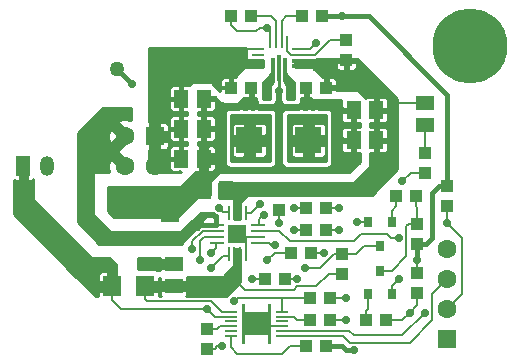
<source format=gtl>
G04 #@! TF.GenerationSoftware,KiCad,Pcbnew,5.0.1-33cea8e~68~ubuntu18.04.1*
G04 #@! TF.CreationDate,2018-11-28T03:54:02-05:00*
G04 #@! TF.ProjectId,psu,7073752E6B696361645F706362000000,rev?*
G04 #@! TF.SameCoordinates,Original*
G04 #@! TF.FileFunction,Copper,L1,Top,Signal*
G04 #@! TF.FilePolarity,Positive*
%FSLAX46Y46*%
G04 Gerber Fmt 4.6, Leading zero omitted, Abs format (unit mm)*
G04 Created by KiCad (PCBNEW 5.0.1-33cea8e~68~ubuntu18.04.1) date Wed Nov 28 03:54:02 2018*
%MOMM*%
%LPD*%
G01*
G04 APERTURE LIST*
G04 #@! TA.AperFunction,BGAPad,CuDef*
%ADD10C,1.270000*%
G04 #@! TD*
G04 #@! TA.AperFunction,ComponentPad*
%ADD11R,1.600000X1.600000*%
G04 #@! TD*
G04 #@! TA.AperFunction,SMDPad,CuDef*
%ADD12R,0.250000X1.300000*%
G04 #@! TD*
G04 #@! TA.AperFunction,SMDPad,CuDef*
%ADD13R,1.300000X0.250000*%
G04 #@! TD*
G04 #@! TA.AperFunction,SMDPad,CuDef*
%ADD14C,1.950000*%
G04 #@! TD*
G04 #@! TA.AperFunction,Conductor*
%ADD15C,0.350000*%
G04 #@! TD*
G04 #@! TA.AperFunction,SMDPad,CuDef*
%ADD16R,1.100000X0.200000*%
G04 #@! TD*
G04 #@! TA.AperFunction,ViaPad*
%ADD17C,0.600000*%
G04 #@! TD*
G04 #@! TA.AperFunction,ComponentPad*
%ADD18O,1.200000X1.700000*%
G04 #@! TD*
G04 #@! TA.AperFunction,ComponentPad*
%ADD19R,1.200000X1.700000*%
G04 #@! TD*
G04 #@! TA.AperFunction,Conductor*
%ADD20R,1.100000X0.425000*%
G04 #@! TD*
G04 #@! TA.AperFunction,SMDPad,CuDef*
%ADD21R,0.250000X1.000000*%
G04 #@! TD*
G04 #@! TA.AperFunction,SMDPad,CuDef*
%ADD22R,1.000000X0.250000*%
G04 #@! TD*
G04 #@! TA.AperFunction,Conductor*
%ADD23R,0.350000X2.000000*%
G04 #@! TD*
G04 #@! TA.AperFunction,Conductor*
%ADD24R,0.350000X2.300000*%
G04 #@! TD*
G04 #@! TA.AperFunction,SMDPad,CuDef*
%ADD25R,2.200000X2.200000*%
G04 #@! TD*
G04 #@! TA.AperFunction,SMDPad,CuDef*
%ADD26R,0.800000X0.900000*%
G04 #@! TD*
G04 #@! TA.AperFunction,ComponentPad*
%ADD27C,1.600000*%
G04 #@! TD*
G04 #@! TA.AperFunction,SMDPad,CuDef*
%ADD28R,1.300000X1.500000*%
G04 #@! TD*
G04 #@! TA.AperFunction,SMDPad,CuDef*
%ADD29R,1.100000X1.000000*%
G04 #@! TD*
G04 #@! TA.AperFunction,SMDPad,CuDef*
%ADD30R,1.600000X1.800000*%
G04 #@! TD*
G04 #@! TA.AperFunction,SMDPad,CuDef*
%ADD31R,1.000000X1.100000*%
G04 #@! TD*
G04 #@! TA.AperFunction,SMDPad,CuDef*
%ADD32R,1.500000X1.300000*%
G04 #@! TD*
G04 #@! TA.AperFunction,ViaPad*
%ADD33C,1.016000*%
G04 #@! TD*
G04 #@! TA.AperFunction,ComponentPad*
%ADD34C,6.350000*%
G04 #@! TD*
G04 #@! TA.AperFunction,ViaPad*
%ADD35C,0.711200*%
G04 #@! TD*
G04 #@! TA.AperFunction,Conductor*
%ADD36C,0.406400*%
G04 #@! TD*
G04 #@! TA.AperFunction,Conductor*
%ADD37C,0.203200*%
G04 #@! TD*
G04 #@! TA.AperFunction,Conductor*
%ADD38C,0.355600*%
G04 #@! TD*
G04 #@! TA.AperFunction,Conductor*
%ADD39C,0.254000*%
G04 #@! TD*
%ADD40C,0.350000*%
%ADD41C,0.300000*%
G04 APERTURE END LIST*
D10*
G04 #@! TO.P,TP2,1*
G04 #@! TO.N,+VIN*
X140970000Y-103187500D03*
G04 #@! TD*
G04 #@! TO.P,TP3,1*
G04 #@! TO.N,+SYS*
X164782500Y-97155000D03*
G04 #@! TD*
G04 #@! TO.P,TP4,1*
G04 #@! TO.N,GND*
X143510000Y-95885000D03*
G04 #@! TD*
G04 #@! TO.P,TP5,1*
G04 #@! TO.N,+5V*
X147320000Y-95885000D03*
G04 #@! TD*
G04 #@! TO.P,TP1,1*
G04 #@! TO.N,/BATT_IN*
X140970000Y-112712500D03*
G04 #@! TD*
D11*
G04 #@! TO.P,U2,EP*
G04 #@! TO.N,GND*
X153670000Y-109855000D03*
D12*
G04 #@! TO.P,U2,1*
G04 #@! TO.N,Net-(R11-Pad2)*
X152920000Y-111605000D03*
G04 #@! TO.P,U2,2*
G04 #@! TO.N,+BATT*
X153420000Y-111605000D03*
G04 #@! TO.P,U2,4*
G04 #@! TO.N,GND*
X154420000Y-111605000D03*
G04 #@! TO.P,U2,3*
G04 #@! TO.N,+BATT*
X153920000Y-111605000D03*
D13*
G04 #@! TO.P,U2,8*
G04 #@! TO.N,GND*
X155420000Y-109105000D03*
G04 #@! TO.P,U2,5*
G04 #@! TO.N,Net-(R13-Pad1)*
X155420000Y-110605000D03*
G04 #@! TO.P,U2,6*
G04 #@! TO.N,GND*
X155420000Y-110105000D03*
G04 #@! TO.P,U2,7*
G04 #@! TO.N,/ON_BATT*
X155420000Y-109605000D03*
D12*
G04 #@! TO.P,U2,9*
G04 #@! TO.N,/~CHG*
X154420000Y-108105000D03*
G04 #@! TO.P,U2,10*
G04 #@! TO.N,+SYS*
X153920000Y-108105000D03*
G04 #@! TO.P,U2,12*
G04 #@! TO.N,Net-(R9-Pad2)*
X152920000Y-108105000D03*
G04 #@! TO.P,U2,11*
G04 #@! TO.N,+SYS*
X153420000Y-108105000D03*
D13*
G04 #@! TO.P,U2,13*
G04 #@! TO.N,+VIN*
X151920000Y-109105000D03*
G04 #@! TO.P,U2,14*
G04 #@! TO.N,Net-(R10-Pad2)*
X151920000Y-109605000D03*
G04 #@! TO.P,U2,16*
G04 #@! TO.N,Net-(R8-Pad2)*
X151920000Y-110605000D03*
G04 #@! TO.P,U2,15*
G04 #@! TO.N,Net-(Q2-Pad3)*
X151920000Y-110105000D03*
G04 #@! TD*
D14*
G04 #@! TO.P,U1,EP*
G04 #@! TO.N,GND*
X155257500Y-117475000D03*
D15*
G04 #@! TD*
G04 #@! TO.N,GND*
G04 #@! TO.C,U1*
G36*
X156232500Y-118450000D02*
X154282500Y-118450000D01*
X154282500Y-119175000D01*
X154032500Y-119175000D01*
X154032500Y-115775000D01*
X154282500Y-115775000D01*
X154282500Y-116500000D01*
X156232500Y-116500000D01*
X156232500Y-115775000D01*
X156482500Y-115775000D01*
X156482500Y-119175000D01*
X156232500Y-119175000D01*
X156232500Y-118450000D01*
X156232500Y-118450000D01*
G37*
D16*
G04 #@! TO.P,U1,7*
G04 #@! TO.N,+BATT*
X153132500Y-116475000D03*
D17*
G04 #@! TD*
G04 #@! TO.N,GND*
G04 #@! TO.C,U1*
X155257500Y-116975000D03*
G04 #@! TO.N,GND*
G04 #@! TO.C,U1*
X155257500Y-117975000D03*
X156157500Y-117975000D03*
X154357500Y-117975000D03*
X154357500Y-116975000D03*
X156157500Y-116975000D03*
D16*
G04 #@! TD*
G04 #@! TO.P,U1,8*
G04 #@! TO.N,/BATT_IN*
X153132500Y-116875000D03*
G04 #@! TO.P,U1,9*
G04 #@! TO.N,N/C*
X153132500Y-117275000D03*
G04 #@! TO.P,U1,10*
G04 #@! TO.N,Net-(R1-Pad1)*
X153132500Y-117675000D03*
G04 #@! TO.P,U1,11*
G04 #@! TO.N,N/C*
X153132500Y-118075000D03*
G04 #@! TO.P,U1,12*
G04 #@! TO.N,Net-(R16-Pad1)*
X153132500Y-118475000D03*
G04 #@! TO.P,U1,6*
G04 #@! TO.N,/BATT_IN*
X157407500Y-116475000D03*
G04 #@! TO.P,U1,5*
G04 #@! TO.N,Net-(C9-Pad1)*
X157407500Y-116875000D03*
G04 #@! TO.P,U1,4*
G04 #@! TO.N,N/C*
X157407500Y-117275000D03*
G04 #@! TO.P,U1,1*
G04 #@! TO.N,/SDA*
X157407500Y-118475000D03*
G04 #@! TO.P,U1,2*
G04 #@! TO.N,/SCL*
X157407500Y-118075000D03*
G04 #@! TO.P,U1,3*
G04 #@! TO.N,GND*
X157407500Y-117675000D03*
G04 #@! TD*
D18*
G04 #@! TO.P,J3,2*
G04 #@! TO.N,GND*
X137525000Y-104140000D03*
D19*
G04 #@! TO.P,J3,1*
G04 #@! TO.N,/BATT_IN*
X135525000Y-104140000D03*
G04 #@! TD*
D20*
G04 #@! TO.N,+5V*
G04 #@! TO.C,U3*
X155412500Y-95670000D03*
G04 #@! TO.N,+SYS*
X158812500Y-95670000D03*
D21*
G04 #@! TD*
G04 #@! TO.P,U3,1*
G04 #@! TO.N,Net-(R14-Pad1)*
X157912500Y-93582500D03*
G04 #@! TO.P,U3,2*
G04 #@! TO.N,Net-(R15-Pad1)*
X157412500Y-93582500D03*
G04 #@! TO.P,U3,4*
G04 #@! TO.N,GND*
X156412500Y-93582500D03*
G04 #@! TO.P,U3,3*
G04 #@! TO.N,Net-(C4-Pad2)*
X156912500Y-93582500D03*
D22*
G04 #@! TO.P,U3,5*
G04 #@! TO.N,+5V*
X155412500Y-94207500D03*
G04 #@! TO.P,U3,6*
G04 #@! TO.N,Net-(U3-Pad6)*
X155412500Y-94707500D03*
D20*
G04 #@! TD*
G04 #@! TO.N,+5V*
G04 #@! TO.C,U3*
X155412500Y-95245000D03*
D23*
G04 #@! TO.N,/L2*
G04 #@! TO.C,U3*
X156662500Y-95982500D03*
D24*
G04 #@! TO.N,GND*
X157162500Y-95832500D03*
D23*
G04 #@! TO.N,/L1*
X157662500Y-95982500D03*
D20*
G04 #@! TO.N,+SYS*
X158812500Y-95245000D03*
D22*
G04 #@! TD*
G04 #@! TO.P,U3,15*
G04 #@! TO.N,GND*
X158812500Y-94207500D03*
G04 #@! TO.P,U3,14*
G04 #@! TO.N,Net-(R14-Pad1)*
X158812500Y-94707500D03*
G04 #@! TD*
D25*
G04 #@! TO.P,L1,2*
G04 #@! TO.N,/L2*
X154662500Y-101917500D03*
G04 #@! TO.P,L1,1*
G04 #@! TO.N,/L1*
X159662500Y-101917500D03*
G04 #@! TD*
D26*
G04 #@! TO.P,Q1,3*
G04 #@! TO.N,Net-(Q1-Pad3)*
X165735000Y-112982500D03*
G04 #@! TO.P,Q1,2*
G04 #@! TO.N,GND*
X166735000Y-114982500D03*
G04 #@! TO.P,Q1,1*
G04 #@! TO.N,Net-(Q1-Pad1)*
X164735000Y-114982500D03*
G04 #@! TD*
G04 #@! TO.P,Q2,3*
G04 #@! TO.N,Net-(Q2-Pad3)*
X165735000Y-110855000D03*
G04 #@! TO.P,Q2,2*
G04 #@! TO.N,GND*
X164735000Y-108855000D03*
G04 #@! TO.P,Q2,1*
G04 #@! TO.N,Net-(Q2-Pad1)*
X166735000Y-108855000D03*
G04 #@! TD*
D27*
G04 #@! TO.P,J1,6*
G04 #@! TO.N,GND*
X144145000Y-106680000D03*
G04 #@! TO.P,J1,5*
X146685000Y-106680000D03*
G04 #@! TO.P,J1,4*
G04 #@! TO.N,+VIN*
X144145000Y-104140000D03*
G04 #@! TO.P,J1,3*
G04 #@! TO.N,+5V*
X146685000Y-104140000D03*
G04 #@! TO.P,J1,2*
G04 #@! TO.N,+VIN*
X144145000Y-101600000D03*
D11*
G04 #@! TO.P,J1,1*
G04 #@! TO.N,+5V*
X146685000Y-101600000D03*
G04 #@! TD*
D27*
G04 #@! TO.P,J2,4*
G04 #@! TO.N,/SCL*
X171450000Y-111125000D03*
G04 #@! TO.P,J2,3*
G04 #@! TO.N,/SDA*
X171450000Y-113665000D03*
G04 #@! TO.P,J2,2*
G04 #@! TO.N,/ON_BATT*
X171450000Y-116205000D03*
D11*
G04 #@! TO.P,J2,1*
G04 #@! TO.N,/SYSOFF*
X171450000Y-118745000D03*
G04 #@! TD*
D28*
G04 #@! TO.P,C1,2*
G04 #@! TO.N,+SYS*
X165415000Y-99377500D03*
G04 #@! TO.P,C1,1*
G04 #@! TO.N,GND*
X163515000Y-99377500D03*
G04 #@! TD*
G04 #@! TO.P,C2,2*
G04 #@! TO.N,+SYS*
X165415000Y-101917500D03*
G04 #@! TO.P,C2,1*
G04 #@! TO.N,GND*
X163515000Y-101917500D03*
G04 #@! TD*
D29*
G04 #@! TO.P,C3,1*
G04 #@! TO.N,GND*
X159487500Y-97472500D03*
G04 #@! TO.P,C3,2*
G04 #@! TO.N,+SYS*
X161187500Y-97472500D03*
G04 #@! TD*
G04 #@! TO.P,C5,2*
G04 #@! TO.N,+5V*
X153137500Y-97472500D03*
G04 #@! TO.P,C5,1*
G04 #@! TO.N,GND*
X154837500Y-97472500D03*
G04 #@! TD*
D28*
G04 #@! TO.P,C6,2*
G04 #@! TO.N,+5V*
X148910000Y-98425000D03*
G04 #@! TO.P,C6,1*
G04 #@! TO.N,GND*
X150810000Y-98425000D03*
G04 #@! TD*
G04 #@! TO.P,C7,2*
G04 #@! TO.N,+5V*
X148910000Y-100965000D03*
G04 #@! TO.P,C7,1*
G04 #@! TO.N,GND*
X150810000Y-100965000D03*
G04 #@! TD*
G04 #@! TO.P,C8,2*
G04 #@! TO.N,+5V*
X148910000Y-103505000D03*
G04 #@! TO.P,C8,1*
G04 #@! TO.N,GND*
X150810000Y-103505000D03*
G04 #@! TD*
D30*
G04 #@! TO.P,R2,1*
G04 #@! TO.N,/BATT_IN*
X143062500Y-114300000D03*
G04 #@! TO.P,R2,2*
G04 #@! TO.N,+BATT*
X145862500Y-114300000D03*
G04 #@! TD*
D29*
G04 #@! TO.P,C4,1*
G04 #@! TO.N,GND*
X153137500Y-91440000D03*
G04 #@! TO.P,C4,2*
G04 #@! TO.N,Net-(C4-Pad2)*
X154837500Y-91440000D03*
G04 #@! TD*
D31*
G04 #@! TO.P,R1,1*
G04 #@! TO.N,Net-(R1-Pad1)*
X151130000Y-117895000D03*
G04 #@! TO.P,R1,2*
G04 #@! TO.N,GND*
X151130000Y-119595000D03*
G04 #@! TD*
G04 #@! TO.P,R3,2*
G04 #@! TO.N,/SYSOFF*
X168910000Y-114832500D03*
G04 #@! TO.P,R3,1*
G04 #@! TO.N,+5V*
X168910000Y-113132500D03*
G04 #@! TD*
D29*
G04 #@! TO.P,R4,1*
G04 #@! TO.N,/SYSOFF*
X166267500Y-117157500D03*
G04 #@! TO.P,R4,2*
G04 #@! TO.N,Net-(Q1-Pad1)*
X164567500Y-117157500D03*
G04 #@! TD*
D31*
G04 #@! TO.P,R5,2*
G04 #@! TO.N,Net-(Q1-Pad3)*
X168910000Y-109005000D03*
G04 #@! TO.P,R5,1*
G04 #@! TO.N,+5V*
X168910000Y-110705000D03*
G04 #@! TD*
D29*
G04 #@! TO.P,R6,1*
G04 #@! TO.N,Net-(Q1-Pad3)*
X168807500Y-106680000D03*
G04 #@! TO.P,R6,2*
G04 #@! TO.N,Net-(Q2-Pad1)*
X167107500Y-106680000D03*
G04 #@! TD*
D31*
G04 #@! TO.P,R7,2*
G04 #@! TO.N,Net-(Q2-Pad3)*
X162560000Y-111545000D03*
G04 #@! TO.P,R7,1*
G04 #@! TO.N,+BATT*
X162560000Y-113245000D03*
G04 #@! TD*
D29*
G04 #@! TO.P,R11,1*
G04 #@! TO.N,GND*
X157695000Y-113665000D03*
G04 #@! TO.P,R11,2*
G04 #@! TO.N,Net-(R11-Pad2)*
X155995000Y-113665000D03*
G04 #@! TD*
D31*
G04 #@! TO.P,R12,2*
G04 #@! TO.N,+5V*
X171450000Y-105830000D03*
G04 #@! TO.P,R12,1*
G04 #@! TO.N,/ON_BATT*
X171450000Y-107530000D03*
G04 #@! TD*
G04 #@! TO.P,R14,1*
G04 #@! TO.N,Net-(R14-Pad1)*
X162877500Y-93447500D03*
G04 #@! TO.P,R14,2*
G04 #@! TO.N,+SYS*
X162877500Y-95147500D03*
G04 #@! TD*
D29*
G04 #@! TO.P,R15,2*
G04 #@! TO.N,+5V*
X160870000Y-91440000D03*
G04 #@! TO.P,R15,1*
G04 #@! TO.N,Net-(R15-Pad1)*
X159170000Y-91440000D03*
G04 #@! TD*
G04 #@! TO.P,R8,1*
G04 #@! TO.N,GND*
X159917500Y-111442500D03*
G04 #@! TO.P,R8,2*
G04 #@! TO.N,Net-(R8-Pad2)*
X158217500Y-111442500D03*
G04 #@! TD*
G04 #@! TO.P,R9,2*
G04 #@! TO.N,Net-(R9-Pad2)*
X159487500Y-107632500D03*
G04 #@! TO.P,R9,1*
G04 #@! TO.N,GND*
X161187500Y-107632500D03*
G04 #@! TD*
G04 #@! TO.P,R10,2*
G04 #@! TO.N,Net-(R10-Pad2)*
X159487500Y-109537500D03*
G04 #@! TO.P,R10,1*
G04 #@! TO.N,GND*
X161187500Y-109537500D03*
G04 #@! TD*
G04 #@! TO.P,C9,1*
G04 #@! TO.N,Net-(C9-Pad1)*
X159805000Y-117157500D03*
G04 #@! TO.P,C9,2*
G04 #@! TO.N,GND*
X161505000Y-117157500D03*
G04 #@! TD*
G04 #@! TO.P,C10,1*
G04 #@! TO.N,GND*
X161505000Y-115252500D03*
G04 #@! TO.P,C10,2*
G04 #@! TO.N,/BATT_IN*
X159805000Y-115252500D03*
G04 #@! TD*
G04 #@! TO.P,R16,1*
G04 #@! TO.N,Net-(R16-Pad1)*
X159487500Y-119380000D03*
G04 #@! TO.P,R16,2*
G04 #@! TO.N,+5V*
X161187500Y-119380000D03*
G04 #@! TD*
D28*
G04 #@! TO.P,C11,1*
G04 #@! TO.N,GND*
X150815000Y-106172000D03*
G04 #@! TO.P,C11,2*
G04 #@! TO.N,+SYS*
X152715000Y-106172000D03*
G04 #@! TD*
D32*
G04 #@! TO.P,C12,1*
G04 #@! TO.N,GND*
X147955000Y-108270000D03*
G04 #@! TO.P,C12,2*
G04 #@! TO.N,+VIN*
X147955000Y-110170000D03*
G04 #@! TD*
G04 #@! TO.P,C13,2*
G04 #@! TO.N,+BATT*
X148272500Y-114297500D03*
G04 #@! TO.P,C13,1*
G04 #@! TO.N,GND*
X148272500Y-112397500D03*
G04 #@! TD*
D33*
G04 #@! TO.N,GND*
G04 #@! TO.C,H1*
X175334734Y-92837000D03*
X175334734Y-95123000D03*
X173355000Y-96266000D03*
X171375266Y-95123000D03*
X171375266Y-92837000D03*
X173355000Y-91694000D03*
D34*
G04 #@! TD*
G04 #@! TO.P,H1,P*
G04 #@! TO.N,GND*
X173355000Y-93980000D03*
D31*
G04 #@! TO.P,R13,1*
G04 #@! TO.N,Net-(R13-Pad1)*
X157162500Y-107847500D03*
G04 #@! TO.P,R13,2*
G04 #@! TO.N,+SYS*
X157162500Y-106147500D03*
G04 #@! TD*
D32*
G04 #@! TO.P,D1,K*
G04 #@! TO.N,Net-(D1-PadK)*
X169545000Y-100645000D03*
G04 #@! TO.P,D1,A*
G04 #@! TO.N,+SYS*
X169545000Y-98745000D03*
G04 #@! TD*
D31*
G04 #@! TO.P,R17,1*
G04 #@! TO.N,Net-(D1-PadK)*
X169545000Y-102972500D03*
G04 #@! TO.P,R17,2*
G04 #@! TO.N,/~CHG*
X169545000Y-104672500D03*
G04 #@! TD*
D35*
G04 #@! TO.N,+5V*
X168910000Y-112077500D03*
X163512500Y-119697500D03*
X153035000Y-94615000D03*
X162560000Y-91440000D03*
G04 #@! TO.N,GND*
X152400000Y-119380000D03*
X156210000Y-92392500D03*
X160337500Y-93662500D03*
X162877500Y-117157500D03*
X160972500Y-111442500D03*
X167322500Y-113665000D03*
X163830000Y-108855000D03*
X158750000Y-113665000D03*
X162877500Y-115252500D03*
X161925000Y-99060000D03*
X154940000Y-98742500D03*
X159385000Y-98742500D03*
X157162500Y-97790000D03*
X157162500Y-98742500D03*
X157162500Y-99695000D03*
X152400000Y-99060000D03*
X157162500Y-104140000D03*
X152400000Y-104140000D03*
X146685000Y-112395000D03*
X145732500Y-112395000D03*
X144780000Y-97155000D03*
X162242500Y-109537500D03*
X162242500Y-107632500D03*
X155892500Y-108267500D03*
G04 #@! TO.N,/ON_BATT*
X171450000Y-108902500D03*
X167322500Y-110172500D03*
G04 #@! TO.N,/SCL*
X169545000Y-116522500D03*
G04 #@! TO.N,/SYSOFF*
X168275000Y-116522500D03*
G04 #@! TO.N,Net-(R8-Pad2)*
X151447500Y-111442500D03*
X156210000Y-112077500D03*
G04 #@! TO.N,Net-(R10-Pad2)*
X158432500Y-109537500D03*
X149860000Y-111125000D03*
G04 #@! TO.N,Net-(R9-Pad2)*
X158432500Y-107632500D03*
X152082500Y-107632500D03*
G04 #@! TO.N,Net-(R11-Pad2)*
X154940000Y-113665000D03*
X151447500Y-112712500D03*
G04 #@! TO.N,/L1*
X160337500Y-100012500D03*
X159702500Y-100012500D03*
X159067500Y-100012500D03*
X158115000Y-98107500D03*
X158115000Y-97472500D03*
G04 #@! TO.N,/L2*
X156210000Y-98107500D03*
X153987500Y-100012500D03*
X154622500Y-100012500D03*
X155257500Y-100012500D03*
X156210000Y-97472500D03*
G04 #@! TO.N,/BATT_IN*
X153352500Y-115570000D03*
X151130000Y-116205000D03*
G04 #@! TO.N,Net-(Q2-Pad3)*
X159385000Y-112712500D03*
X150495000Y-112077500D03*
G04 #@! TO.N,Net-(R13-Pad1)*
X157162500Y-108902500D03*
X156845000Y-110807500D03*
G04 #@! TO.N,/~CHG*
X167640000Y-105410000D03*
X155575000Y-107315000D03*
G04 #@! TD*
D36*
G04 #@! TO.N,+5V*
X162877500Y-119697500D02*
X163512500Y-119697500D01*
X162560000Y-119380000D02*
X162877500Y-119697500D01*
X161187500Y-119380000D02*
X162560000Y-119380000D01*
D37*
X168910000Y-113132500D02*
X168910000Y-112077500D01*
D36*
X168910000Y-110705000D02*
X168910000Y-112077500D01*
X168910000Y-110705000D02*
X169647500Y-110705000D01*
X170180000Y-106362500D02*
X170712500Y-105830000D01*
X170712500Y-105830000D02*
X171450000Y-105830000D01*
X170180000Y-110172500D02*
X170180000Y-106362500D01*
X169647500Y-110705000D02*
X170180000Y-110172500D01*
X162560000Y-91440000D02*
X160870000Y-91440000D01*
D37*
X155412500Y-94207500D02*
X154178000Y-94207500D01*
D36*
X171450000Y-98107500D02*
X171450000Y-105830000D01*
X162560000Y-91440000D02*
X164782500Y-91440000D01*
X164782500Y-91440000D02*
X171450000Y-98107500D01*
D37*
G04 #@! TO.N,GND*
X156457500Y-117675000D02*
X156157500Y-117975000D01*
X157407500Y-117675000D02*
X156457500Y-117675000D01*
X152400000Y-119380000D02*
X151980000Y-119380000D01*
X151980000Y-119380000D02*
X151765000Y-119595000D01*
X151130000Y-119595000D02*
X151765000Y-119595000D01*
X156412500Y-93582500D02*
X156412500Y-92595000D01*
X156412500Y-92595000D02*
X156210000Y-92392500D01*
X158812500Y-94207500D02*
X159792500Y-94207500D01*
X159792500Y-94207500D02*
X160337500Y-93662500D01*
X153137500Y-91440000D02*
X153137500Y-92177500D01*
X153137500Y-92177500D02*
X153670000Y-92710000D01*
X153670000Y-92710000D02*
X155257500Y-92710000D01*
X155575000Y-92392500D02*
X156210000Y-92392500D01*
X155257500Y-92710000D02*
X155575000Y-92392500D01*
X161505000Y-117157500D02*
X162877500Y-117157500D01*
X159917500Y-111442500D02*
X160972500Y-111442500D01*
X166735000Y-114982500D02*
X166735000Y-114252500D01*
X166735000Y-114252500D02*
X167322500Y-113665000D01*
X163830000Y-108855000D02*
X164735000Y-108855000D01*
X158750000Y-113665000D02*
X157695000Y-113665000D01*
X161505000Y-115252500D02*
X162877500Y-115252500D01*
D38*
X157162500Y-98742500D02*
X157162500Y-98742500D01*
D39*
X157162500Y-95832500D02*
X157162500Y-97790000D01*
D36*
X144780000Y-97155000D02*
X143510000Y-95885000D01*
D37*
X161187500Y-109537500D02*
X162242500Y-109537500D01*
X161505000Y-107632500D02*
X162242500Y-107632500D01*
X153920000Y-110105000D02*
X153670000Y-109855000D01*
X154420000Y-111605000D02*
X154420000Y-110105000D01*
X155420000Y-110105000D02*
X154420000Y-110105000D01*
X154420000Y-110105000D02*
X153920000Y-110105000D01*
X155892500Y-108267500D02*
X155520000Y-108640000D01*
X155520000Y-108640000D02*
X155520000Y-109105000D01*
G04 #@! TO.N,+SYS*
X153920000Y-108105000D02*
X153920000Y-106997500D01*
X153420000Y-108105000D02*
X153420000Y-106997500D01*
X153420000Y-106997500D02*
X153920000Y-106997500D01*
X169545000Y-98745000D02*
X167007500Y-98745000D01*
G04 #@! TO.N,/ON_BATT*
X171450000Y-108902500D02*
X171450000Y-107530000D01*
X172720000Y-110172500D02*
X171450000Y-108902500D01*
X171450000Y-116205000D02*
X172720000Y-114935000D01*
X172720000Y-114935000D02*
X172720000Y-110172500D01*
X157230000Y-109605000D02*
X155520000Y-109605000D01*
X166687500Y-110172500D02*
X166370000Y-109855000D01*
X167322500Y-110172500D02*
X166687500Y-110172500D01*
X158115000Y-110490000D02*
X157230000Y-109605000D01*
X166370000Y-109855000D02*
X164147500Y-109855000D01*
X163512500Y-110490000D02*
X158115000Y-110490000D01*
X164147500Y-109855000D02*
X163512500Y-110490000D01*
G04 #@! TO.N,/SCL*
X163160000Y-118075000D02*
X157407500Y-118075000D01*
X163512500Y-118427500D02*
X163160000Y-118075000D01*
X169545000Y-116522500D02*
X167640000Y-118427500D01*
X167640000Y-118427500D02*
X163512500Y-118427500D01*
G04 #@! TO.N,/SDA*
X163195000Y-119062500D02*
X162607500Y-118475000D01*
X162607500Y-118475000D02*
X157407500Y-118475000D01*
X170180000Y-117157500D02*
X168275000Y-119062500D01*
X168275000Y-119062500D02*
X163195000Y-119062500D01*
X170180000Y-114935000D02*
X171450000Y-113665000D01*
X170180000Y-117157500D02*
X170180000Y-114935000D01*
G04 #@! TO.N,Net-(C9-Pad1)*
X158750000Y-117157500D02*
X159805000Y-117157500D01*
X157407500Y-116875000D02*
X158467500Y-116875000D01*
X158467500Y-116875000D02*
X158750000Y-117157500D01*
G04 #@! TO.N,Net-(R1-Pad1)*
X153132500Y-117675000D02*
X152200000Y-117675000D01*
X151980000Y-117895000D02*
X151130000Y-117895000D01*
X152200000Y-117675000D02*
X151980000Y-117895000D01*
G04 #@! TO.N,+BATT*
X161392500Y-113245000D02*
X160337500Y-114300000D01*
X162560000Y-113245000D02*
X161392500Y-113245000D01*
X158750000Y-114300000D02*
X158432500Y-114617500D01*
X158432500Y-114617500D02*
X154305000Y-114617500D01*
X160337500Y-114300000D02*
X158750000Y-114300000D01*
X153352500Y-113665000D02*
X154305000Y-114617500D01*
X153420000Y-111605000D02*
X153420000Y-112712500D01*
X153920000Y-111605000D02*
X153920000Y-112712500D01*
X153920000Y-112712500D02*
X153420000Y-112712500D01*
X145862500Y-115382500D02*
X145862500Y-114300000D01*
X146050000Y-115570000D02*
X145862500Y-115382500D01*
X151447500Y-115570000D02*
X146050000Y-115570000D01*
X153132500Y-116475000D02*
X152352500Y-116475000D01*
X152352500Y-116475000D02*
X151447500Y-115570000D01*
G04 #@! TO.N,/SYSOFF*
X168910000Y-115887500D02*
X168910000Y-114832500D01*
X166267500Y-117157500D02*
X167640000Y-117157500D01*
X167640000Y-117157500D02*
X168275000Y-116522500D01*
X168275000Y-116522500D02*
X168910000Y-115887500D01*
G04 #@! TO.N,Net-(R8-Pad2)*
X151447500Y-111442500D02*
X151820000Y-111070000D01*
X151820000Y-111070000D02*
X151820000Y-110605000D01*
X156845000Y-111442500D02*
X158217500Y-111442500D01*
X156210000Y-112077500D02*
X156845000Y-111442500D01*
G04 #@! TO.N,Net-(R10-Pad2)*
X158432500Y-109537500D02*
X159487500Y-109537500D01*
X149860000Y-111125000D02*
X149860000Y-110490000D01*
X149860000Y-110490000D02*
X150745000Y-109605000D01*
X150745000Y-109605000D02*
X151820000Y-109605000D01*
G04 #@! TO.N,Net-(R9-Pad2)*
X158432500Y-107632500D02*
X159487500Y-107632500D01*
X152455000Y-108005000D02*
X152920000Y-108005000D01*
X152082500Y-107632500D02*
X152455000Y-108005000D01*
G04 #@! TO.N,Net-(R11-Pad2)*
X155892500Y-113665000D02*
X156210000Y-113347500D01*
X154940000Y-113665000D02*
X155995000Y-113665000D01*
X152455000Y-111705000D02*
X152920000Y-111705000D01*
X151447500Y-112712500D02*
X152455000Y-111705000D01*
G04 #@! TO.N,Net-(R14-Pad1)*
X158812500Y-94707500D02*
X160245000Y-94707500D01*
X161505000Y-93447500D02*
X162877500Y-93447500D01*
X160245000Y-94707500D02*
X161505000Y-93447500D01*
X158812500Y-94707500D02*
X158207500Y-94707500D01*
X157912500Y-94412500D02*
X157912500Y-93582500D01*
X158207500Y-94707500D02*
X157912500Y-94412500D01*
G04 #@! TO.N,Net-(C4-Pad2)*
X154837500Y-91440000D02*
X156527500Y-91440000D01*
X156912500Y-91825000D02*
X156912500Y-93582500D01*
X156527500Y-91440000D02*
X156912500Y-91825000D01*
G04 #@! TO.N,Net-(R15-Pad1)*
X157797500Y-91440000D02*
X159170000Y-91440000D01*
X157412500Y-93582500D02*
X157412500Y-91825000D01*
X157412500Y-91825000D02*
X157797500Y-91440000D01*
D39*
G04 #@! TO.N,/L1*
X157662500Y-97020000D02*
X157662500Y-95982500D01*
X158115000Y-97472500D02*
X157662500Y-97020000D01*
G04 #@! TO.N,/L2*
X156210000Y-97472500D02*
X156662500Y-97020000D01*
X156662500Y-97020000D02*
X156662500Y-95982500D01*
D37*
G04 #@! TO.N,Net-(Q1-Pad3)*
X168807500Y-107530000D02*
X168807500Y-106680000D01*
X168910000Y-107632500D02*
X168807500Y-107530000D01*
X168910000Y-107632500D02*
X168910000Y-109005000D01*
X166735000Y-112982500D02*
X165735000Y-112982500D01*
X167957500Y-111760000D02*
X166735000Y-112982500D01*
X167957500Y-109220000D02*
X167957500Y-111760000D01*
X168910000Y-109005000D02*
X168172500Y-109005000D01*
X168172500Y-109005000D02*
X167957500Y-109220000D01*
G04 #@! TO.N,Net-(Q1-Pad1)*
X164567500Y-117157500D02*
X164567500Y-116420000D01*
X164735000Y-116252500D02*
X164735000Y-114982500D01*
X164567500Y-116420000D02*
X164735000Y-116252500D01*
G04 #@! TO.N,Net-(Q2-Pad1)*
X167107500Y-106680000D02*
X167107500Y-107530000D01*
X166735000Y-107902500D02*
X166735000Y-108855000D01*
X167107500Y-107530000D02*
X166735000Y-107902500D01*
G04 #@! TO.N,Net-(R16-Pad1)*
X159487500Y-119380000D02*
X158115000Y-119380000D01*
X158115000Y-119380000D02*
X157480000Y-120015000D01*
X157480000Y-120015000D02*
X153670000Y-120015000D01*
X153132500Y-119477500D02*
X153132500Y-118475000D01*
X153670000Y-120015000D02*
X153132500Y-119477500D01*
G04 #@! TO.N,/BATT_IN*
X157407500Y-115570000D02*
X157407500Y-115252500D01*
X157407500Y-115252500D02*
X157407500Y-116475000D01*
X159805000Y-115252500D02*
X159067500Y-115252500D01*
X159487500Y-115252500D02*
X159067500Y-115252500D01*
X159067500Y-115252500D02*
X157407500Y-115252500D01*
X153670000Y-115252500D02*
X157407500Y-115252500D01*
X153352500Y-115570000D02*
X153670000Y-115252500D01*
X151130000Y-116205000D02*
X151800000Y-116875000D01*
X151800000Y-116875000D02*
X153132500Y-116875000D01*
X151130000Y-116205000D02*
X143827500Y-116205000D01*
X143827500Y-116205000D02*
X143062500Y-115440000D01*
X143062500Y-115440000D02*
X143062500Y-114300000D01*
G04 #@! TO.N,Net-(Q2-Pad3)*
X159385000Y-112712500D02*
X160655000Y-112712500D01*
X160655000Y-112712500D02*
X161822500Y-111545000D01*
X161822500Y-111545000D02*
X162560000Y-111545000D01*
X150495000Y-112077500D02*
X150495000Y-110490000D01*
X150495000Y-110490000D02*
X150880000Y-110105000D01*
X150880000Y-110105000D02*
X151820000Y-110105000D01*
X163727500Y-111545000D02*
X164417500Y-110855000D01*
X162560000Y-111545000D02*
X163727500Y-111545000D01*
X164417500Y-110855000D02*
X165735000Y-110855000D01*
G04 #@! TO.N,Net-(R13-Pad1)*
X157162500Y-107847500D02*
X157162500Y-108902500D01*
X156845000Y-110807500D02*
X156527500Y-110807500D01*
X156325000Y-110605000D02*
X155420000Y-110605000D01*
X156527500Y-110807500D02*
X156325000Y-110605000D01*
G04 #@! TO.N,Net-(D1-PadK)*
X169545000Y-100645000D02*
X169545000Y-102972500D01*
G04 #@! TO.N,/~CHG*
X168377500Y-104672500D02*
X169545000Y-104672500D01*
X167640000Y-105410000D02*
X168377500Y-104672500D01*
X154785000Y-108105000D02*
X154420000Y-108105000D01*
X155575000Y-107315000D02*
X154785000Y-108105000D01*
G04 #@! TD*
D39*
G04 #@! TO.N,+5V*
G36*
X154432000Y-94996000D02*
X154441667Y-95044601D01*
X154469197Y-95085803D01*
X154510399Y-95113333D01*
X154559000Y-95123000D01*
X154810591Y-95123000D01*
X154912500Y-95143271D01*
X155829000Y-95143271D01*
X155829000Y-95758000D01*
X154305000Y-95758000D01*
X154256399Y-95767667D01*
X154215197Y-95795197D01*
X153580197Y-96430197D01*
X153552667Y-96471399D01*
X153543000Y-96520000D01*
X153543000Y-96591500D01*
X153308950Y-96591500D01*
X153213700Y-96686750D01*
X153213700Y-97396300D01*
X153233700Y-97396300D01*
X153233700Y-97548700D01*
X153213700Y-97548700D01*
X153213700Y-97568700D01*
X153061300Y-97568700D01*
X153061300Y-97548700D01*
X152301750Y-97548700D01*
X152206500Y-97643950D01*
X152206500Y-97734394D01*
X151537303Y-97065197D01*
X151496101Y-97037667D01*
X151447500Y-97028000D01*
X149860000Y-97028000D01*
X149811399Y-97037667D01*
X149770197Y-97065197D01*
X149541394Y-97294000D01*
X149081450Y-97294000D01*
X148986200Y-97389250D01*
X148986200Y-98348800D01*
X149006200Y-98348800D01*
X149006200Y-98501200D01*
X148986200Y-98501200D01*
X148986200Y-99460750D01*
X149081450Y-99556000D01*
X149415500Y-99556000D01*
X149415500Y-99834000D01*
X149081450Y-99834000D01*
X148986200Y-99929250D01*
X148986200Y-100888800D01*
X149006200Y-100888800D01*
X149006200Y-101041200D01*
X148986200Y-101041200D01*
X148986200Y-102000750D01*
X149081450Y-102096000D01*
X149415500Y-102096000D01*
X149415500Y-102374000D01*
X149081450Y-102374000D01*
X148986200Y-102469250D01*
X148986200Y-103428800D01*
X149006200Y-103428800D01*
X149006200Y-103581200D01*
X148986200Y-103581200D01*
X148986200Y-103601200D01*
X148833800Y-103601200D01*
X148833800Y-103581200D01*
X147974250Y-103581200D01*
X147879000Y-103676450D01*
X147879000Y-104330785D01*
X147937004Y-104470819D01*
X148044180Y-104577996D01*
X148184214Y-104636000D01*
X148738550Y-104636000D01*
X148833798Y-104540752D01*
X148833798Y-104636000D01*
X148866894Y-104636000D01*
X148854894Y-104648000D01*
X146177000Y-104648000D01*
X146177000Y-102781000D01*
X146208750Y-102781000D01*
X146304000Y-102685750D01*
X146304000Y-101981000D01*
X147066000Y-101981000D01*
X147066000Y-102685750D01*
X147161250Y-102781000D01*
X147560785Y-102781000D01*
X147700819Y-102722996D01*
X147744600Y-102679215D01*
X147879000Y-102679215D01*
X147879000Y-103333550D01*
X147974250Y-103428800D01*
X148833800Y-103428800D01*
X148833800Y-102469250D01*
X148738550Y-102374000D01*
X148184214Y-102374000D01*
X148044180Y-102432004D01*
X147937004Y-102539181D01*
X147879000Y-102679215D01*
X147744600Y-102679215D01*
X147807996Y-102615820D01*
X147866000Y-102475786D01*
X147866000Y-102076250D01*
X147770750Y-101981000D01*
X147066000Y-101981000D01*
X146304000Y-101981000D01*
X146284000Y-101981000D01*
X146284000Y-101219000D01*
X146304000Y-101219000D01*
X146304000Y-100514250D01*
X147066000Y-100514250D01*
X147066000Y-101219000D01*
X147770750Y-101219000D01*
X147853300Y-101136450D01*
X147879000Y-101136450D01*
X147879000Y-101790785D01*
X147937004Y-101930819D01*
X148044180Y-102037996D01*
X148184214Y-102096000D01*
X148738550Y-102096000D01*
X148833800Y-102000750D01*
X148833800Y-101041200D01*
X147974250Y-101041200D01*
X147879000Y-101136450D01*
X147853300Y-101136450D01*
X147866000Y-101123750D01*
X147866000Y-100724214D01*
X147807996Y-100584180D01*
X147700819Y-100477004D01*
X147560785Y-100419000D01*
X147161250Y-100419000D01*
X147066000Y-100514250D01*
X146304000Y-100514250D01*
X146208750Y-100419000D01*
X146177000Y-100419000D01*
X146177000Y-100139215D01*
X147879000Y-100139215D01*
X147879000Y-100793550D01*
X147974250Y-100888800D01*
X148833800Y-100888800D01*
X148833800Y-99929250D01*
X148738550Y-99834000D01*
X148184214Y-99834000D01*
X148044180Y-99892004D01*
X147937004Y-99999181D01*
X147879000Y-100139215D01*
X146177000Y-100139215D01*
X146177000Y-98596450D01*
X147879000Y-98596450D01*
X147879000Y-99250785D01*
X147937004Y-99390819D01*
X148044180Y-99497996D01*
X148184214Y-99556000D01*
X148738550Y-99556000D01*
X148833800Y-99460750D01*
X148833800Y-98501200D01*
X147974250Y-98501200D01*
X147879000Y-98596450D01*
X146177000Y-98596450D01*
X146177000Y-97599215D01*
X147879000Y-97599215D01*
X147879000Y-98253550D01*
X147974250Y-98348800D01*
X148833800Y-98348800D01*
X148833800Y-97389250D01*
X148738550Y-97294000D01*
X148184214Y-97294000D01*
X148044180Y-97352004D01*
X147937004Y-97459181D01*
X147879000Y-97599215D01*
X146177000Y-97599215D01*
X146177000Y-96896715D01*
X152206500Y-96896715D01*
X152206500Y-97301050D01*
X152301750Y-97396300D01*
X153061300Y-97396300D01*
X153061300Y-96686750D01*
X152966050Y-96591500D01*
X152511714Y-96591500D01*
X152371680Y-96649504D01*
X152264504Y-96756681D01*
X152206500Y-96896715D01*
X146177000Y-96896715D01*
X146177000Y-94107000D01*
X154432000Y-94107000D01*
X154432000Y-94996000D01*
X154432000Y-94996000D01*
G37*
X154432000Y-94996000D02*
X154441667Y-95044601D01*
X154469197Y-95085803D01*
X154510399Y-95113333D01*
X154559000Y-95123000D01*
X154810591Y-95123000D01*
X154912500Y-95143271D01*
X155829000Y-95143271D01*
X155829000Y-95758000D01*
X154305000Y-95758000D01*
X154256399Y-95767667D01*
X154215197Y-95795197D01*
X153580197Y-96430197D01*
X153552667Y-96471399D01*
X153543000Y-96520000D01*
X153543000Y-96591500D01*
X153308950Y-96591500D01*
X153213700Y-96686750D01*
X153213700Y-97396300D01*
X153233700Y-97396300D01*
X153233700Y-97548700D01*
X153213700Y-97548700D01*
X153213700Y-97568700D01*
X153061300Y-97568700D01*
X153061300Y-97548700D01*
X152301750Y-97548700D01*
X152206500Y-97643950D01*
X152206500Y-97734394D01*
X151537303Y-97065197D01*
X151496101Y-97037667D01*
X151447500Y-97028000D01*
X149860000Y-97028000D01*
X149811399Y-97037667D01*
X149770197Y-97065197D01*
X149541394Y-97294000D01*
X149081450Y-97294000D01*
X148986200Y-97389250D01*
X148986200Y-98348800D01*
X149006200Y-98348800D01*
X149006200Y-98501200D01*
X148986200Y-98501200D01*
X148986200Y-99460750D01*
X149081450Y-99556000D01*
X149415500Y-99556000D01*
X149415500Y-99834000D01*
X149081450Y-99834000D01*
X148986200Y-99929250D01*
X148986200Y-100888800D01*
X149006200Y-100888800D01*
X149006200Y-101041200D01*
X148986200Y-101041200D01*
X148986200Y-102000750D01*
X149081450Y-102096000D01*
X149415500Y-102096000D01*
X149415500Y-102374000D01*
X149081450Y-102374000D01*
X148986200Y-102469250D01*
X148986200Y-103428800D01*
X149006200Y-103428800D01*
X149006200Y-103581200D01*
X148986200Y-103581200D01*
X148986200Y-103601200D01*
X148833800Y-103601200D01*
X148833800Y-103581200D01*
X147974250Y-103581200D01*
X147879000Y-103676450D01*
X147879000Y-104330785D01*
X147937004Y-104470819D01*
X148044180Y-104577996D01*
X148184214Y-104636000D01*
X148738550Y-104636000D01*
X148833798Y-104540752D01*
X148833798Y-104636000D01*
X148866894Y-104636000D01*
X148854894Y-104648000D01*
X146177000Y-104648000D01*
X146177000Y-102781000D01*
X146208750Y-102781000D01*
X146304000Y-102685750D01*
X146304000Y-101981000D01*
X147066000Y-101981000D01*
X147066000Y-102685750D01*
X147161250Y-102781000D01*
X147560785Y-102781000D01*
X147700819Y-102722996D01*
X147744600Y-102679215D01*
X147879000Y-102679215D01*
X147879000Y-103333550D01*
X147974250Y-103428800D01*
X148833800Y-103428800D01*
X148833800Y-102469250D01*
X148738550Y-102374000D01*
X148184214Y-102374000D01*
X148044180Y-102432004D01*
X147937004Y-102539181D01*
X147879000Y-102679215D01*
X147744600Y-102679215D01*
X147807996Y-102615820D01*
X147866000Y-102475786D01*
X147866000Y-102076250D01*
X147770750Y-101981000D01*
X147066000Y-101981000D01*
X146304000Y-101981000D01*
X146284000Y-101981000D01*
X146284000Y-101219000D01*
X146304000Y-101219000D01*
X146304000Y-100514250D01*
X147066000Y-100514250D01*
X147066000Y-101219000D01*
X147770750Y-101219000D01*
X147853300Y-101136450D01*
X147879000Y-101136450D01*
X147879000Y-101790785D01*
X147937004Y-101930819D01*
X148044180Y-102037996D01*
X148184214Y-102096000D01*
X148738550Y-102096000D01*
X148833800Y-102000750D01*
X148833800Y-101041200D01*
X147974250Y-101041200D01*
X147879000Y-101136450D01*
X147853300Y-101136450D01*
X147866000Y-101123750D01*
X147866000Y-100724214D01*
X147807996Y-100584180D01*
X147700819Y-100477004D01*
X147560785Y-100419000D01*
X147161250Y-100419000D01*
X147066000Y-100514250D01*
X146304000Y-100514250D01*
X146208750Y-100419000D01*
X146177000Y-100419000D01*
X146177000Y-100139215D01*
X147879000Y-100139215D01*
X147879000Y-100793550D01*
X147974250Y-100888800D01*
X148833800Y-100888800D01*
X148833800Y-99929250D01*
X148738550Y-99834000D01*
X148184214Y-99834000D01*
X148044180Y-99892004D01*
X147937004Y-99999181D01*
X147879000Y-100139215D01*
X146177000Y-100139215D01*
X146177000Y-98596450D01*
X147879000Y-98596450D01*
X147879000Y-99250785D01*
X147937004Y-99390819D01*
X148044180Y-99497996D01*
X148184214Y-99556000D01*
X148738550Y-99556000D01*
X148833800Y-99460750D01*
X148833800Y-98501200D01*
X147974250Y-98501200D01*
X147879000Y-98596450D01*
X146177000Y-98596450D01*
X146177000Y-97599215D01*
X147879000Y-97599215D01*
X147879000Y-98253550D01*
X147974250Y-98348800D01*
X148833800Y-98348800D01*
X148833800Y-97389250D01*
X148738550Y-97294000D01*
X148184214Y-97294000D01*
X148044180Y-97352004D01*
X147937004Y-97459181D01*
X147879000Y-97599215D01*
X146177000Y-97599215D01*
X146177000Y-96896715D01*
X152206500Y-96896715D01*
X152206500Y-97301050D01*
X152301750Y-97396300D01*
X153061300Y-97396300D01*
X153061300Y-96686750D01*
X152966050Y-96591500D01*
X152511714Y-96591500D01*
X152371680Y-96649504D01*
X152264504Y-96756681D01*
X152206500Y-96896715D01*
X146177000Y-96896715D01*
X146177000Y-94107000D01*
X154432000Y-94107000D01*
X154432000Y-94996000D01*
G04 #@! TO.N,+VIN*
G36*
X144653000Y-100230811D02*
X144104300Y-100137453D01*
X143622909Y-100233208D01*
X143532308Y-100448492D01*
X144145000Y-101061185D01*
X144159142Y-101047042D01*
X144653000Y-101540900D01*
X144653000Y-101659100D01*
X144159142Y-102152958D01*
X144145000Y-102138815D01*
X143532308Y-102751508D01*
X143582175Y-102870000D01*
X143532308Y-102988492D01*
X144145000Y-103601185D01*
X144159142Y-103587042D01*
X144653000Y-104080900D01*
X144653000Y-104199100D01*
X144204100Y-104648000D01*
X144085900Y-104648000D01*
X143592042Y-104154142D01*
X143606185Y-104140000D01*
X142993492Y-103527308D01*
X142778208Y-103617909D01*
X142682453Y-104180700D01*
X142775405Y-104648000D01*
X141605000Y-104648000D01*
X141556399Y-104657667D01*
X141515197Y-104685197D01*
X141487667Y-104726399D01*
X141478000Y-104775000D01*
X141478000Y-108267500D01*
X141487667Y-108316101D01*
X141515197Y-108357303D01*
X142785197Y-109627303D01*
X142826399Y-109654833D01*
X142875000Y-109664500D01*
X148907500Y-109664500D01*
X148956101Y-109654833D01*
X148997303Y-109627303D01*
X149770916Y-108853690D01*
X150635000Y-108853690D01*
X150635000Y-108883750D01*
X150793750Y-109042500D01*
X151793000Y-109042500D01*
X151793000Y-108503750D01*
X151634250Y-108345000D01*
X151143691Y-108345000D01*
X150910302Y-108441673D01*
X150731673Y-108620301D01*
X150635000Y-108853690D01*
X149770916Y-108853690D01*
X150547606Y-108077000D01*
X151593053Y-108077000D01*
X151708413Y-108192360D01*
X151912141Y-108276747D01*
X151955500Y-108320106D01*
X151955500Y-109169229D01*
X151793000Y-109169229D01*
X151793000Y-109167500D01*
X150793750Y-109167500D01*
X150766361Y-109194889D01*
X150744999Y-109190640D01*
X150704981Y-109198600D01*
X150704977Y-109198600D01*
X150586431Y-109222180D01*
X150452003Y-109312003D01*
X150429332Y-109345932D01*
X150364764Y-109410500D01*
X150177500Y-109410500D01*
X150128899Y-109420167D01*
X150087697Y-109447697D01*
X148854894Y-110680500D01*
X141975106Y-110680500D01*
X140144500Y-108849894D01*
X140144500Y-101640700D01*
X142682453Y-101640700D01*
X142778208Y-102122091D01*
X142993492Y-102212692D01*
X143606185Y-101600000D01*
X142993492Y-100987308D01*
X142778208Y-101077909D01*
X142682453Y-101640700D01*
X140144500Y-101640700D01*
X140144500Y-101335106D01*
X142292606Y-99187000D01*
X144653000Y-99187000D01*
X144653000Y-100230811D01*
X144653000Y-100230811D01*
G37*
X144653000Y-100230811D02*
X144104300Y-100137453D01*
X143622909Y-100233208D01*
X143532308Y-100448492D01*
X144145000Y-101061185D01*
X144159142Y-101047042D01*
X144653000Y-101540900D01*
X144653000Y-101659100D01*
X144159142Y-102152958D01*
X144145000Y-102138815D01*
X143532308Y-102751508D01*
X143582175Y-102870000D01*
X143532308Y-102988492D01*
X144145000Y-103601185D01*
X144159142Y-103587042D01*
X144653000Y-104080900D01*
X144653000Y-104199100D01*
X144204100Y-104648000D01*
X144085900Y-104648000D01*
X143592042Y-104154142D01*
X143606185Y-104140000D01*
X142993492Y-103527308D01*
X142778208Y-103617909D01*
X142682453Y-104180700D01*
X142775405Y-104648000D01*
X141605000Y-104648000D01*
X141556399Y-104657667D01*
X141515197Y-104685197D01*
X141487667Y-104726399D01*
X141478000Y-104775000D01*
X141478000Y-108267500D01*
X141487667Y-108316101D01*
X141515197Y-108357303D01*
X142785197Y-109627303D01*
X142826399Y-109654833D01*
X142875000Y-109664500D01*
X148907500Y-109664500D01*
X148956101Y-109654833D01*
X148997303Y-109627303D01*
X149770916Y-108853690D01*
X150635000Y-108853690D01*
X150635000Y-108883750D01*
X150793750Y-109042500D01*
X151793000Y-109042500D01*
X151793000Y-108503750D01*
X151634250Y-108345000D01*
X151143691Y-108345000D01*
X150910302Y-108441673D01*
X150731673Y-108620301D01*
X150635000Y-108853690D01*
X149770916Y-108853690D01*
X150547606Y-108077000D01*
X151593053Y-108077000D01*
X151708413Y-108192360D01*
X151912141Y-108276747D01*
X151955500Y-108320106D01*
X151955500Y-109169229D01*
X151793000Y-109169229D01*
X151793000Y-109167500D01*
X150793750Y-109167500D01*
X150766361Y-109194889D01*
X150744999Y-109190640D01*
X150704981Y-109198600D01*
X150704977Y-109198600D01*
X150586431Y-109222180D01*
X150452003Y-109312003D01*
X150429332Y-109345932D01*
X150364764Y-109410500D01*
X150177500Y-109410500D01*
X150128899Y-109420167D01*
X150087697Y-109447697D01*
X148854894Y-110680500D01*
X141975106Y-110680500D01*
X140144500Y-108849894D01*
X140144500Y-101640700D01*
X142682453Y-101640700D01*
X142778208Y-102122091D01*
X142993492Y-102212692D01*
X143606185Y-101600000D01*
X142993492Y-100987308D01*
X142778208Y-101077909D01*
X142682453Y-101640700D01*
X140144500Y-101640700D01*
X140144500Y-101335106D01*
X142292606Y-99187000D01*
X144653000Y-99187000D01*
X144653000Y-100230811D01*
G04 #@! TO.N,/L2*
G36*
X156400500Y-103695500D02*
X153162000Y-103695500D01*
X153162000Y-102393750D01*
X153181500Y-102393750D01*
X153181500Y-103093285D01*
X153239504Y-103233319D01*
X153346680Y-103340496D01*
X153486714Y-103398500D01*
X154186250Y-103398500D01*
X154281500Y-103303250D01*
X154281500Y-102298500D01*
X155043500Y-102298500D01*
X155043500Y-103303250D01*
X155138750Y-103398500D01*
X155838286Y-103398500D01*
X155978320Y-103340496D01*
X156085496Y-103233319D01*
X156143500Y-103093285D01*
X156143500Y-102393750D01*
X156048250Y-102298500D01*
X155043500Y-102298500D01*
X154281500Y-102298500D01*
X153276750Y-102298500D01*
X153181500Y-102393750D01*
X153162000Y-102393750D01*
X153162000Y-100741715D01*
X153181500Y-100741715D01*
X153181500Y-101441250D01*
X153276750Y-101536500D01*
X154281500Y-101536500D01*
X154281500Y-100531750D01*
X155043500Y-100531750D01*
X155043500Y-101536500D01*
X156048250Y-101536500D01*
X156143500Y-101441250D01*
X156143500Y-100741715D01*
X156085496Y-100601681D01*
X155978320Y-100494504D01*
X155838286Y-100436500D01*
X155138750Y-100436500D01*
X155043500Y-100531750D01*
X154281500Y-100531750D01*
X154186250Y-100436500D01*
X153486714Y-100436500D01*
X153346680Y-100494504D01*
X153239504Y-100601681D01*
X153181500Y-100741715D01*
X153162000Y-100741715D01*
X153162000Y-99822000D01*
X156400500Y-99822000D01*
X156400500Y-103695500D01*
X156400500Y-103695500D01*
G37*
X156400500Y-103695500D02*
X153162000Y-103695500D01*
X153162000Y-102393750D01*
X153181500Y-102393750D01*
X153181500Y-103093285D01*
X153239504Y-103233319D01*
X153346680Y-103340496D01*
X153486714Y-103398500D01*
X154186250Y-103398500D01*
X154281500Y-103303250D01*
X154281500Y-102298500D01*
X155043500Y-102298500D01*
X155043500Y-103303250D01*
X155138750Y-103398500D01*
X155838286Y-103398500D01*
X155978320Y-103340496D01*
X156085496Y-103233319D01*
X156143500Y-103093285D01*
X156143500Y-102393750D01*
X156048250Y-102298500D01*
X155043500Y-102298500D01*
X154281500Y-102298500D01*
X153276750Y-102298500D01*
X153181500Y-102393750D01*
X153162000Y-102393750D01*
X153162000Y-100741715D01*
X153181500Y-100741715D01*
X153181500Y-101441250D01*
X153276750Y-101536500D01*
X154281500Y-101536500D01*
X154281500Y-100531750D01*
X155043500Y-100531750D01*
X155043500Y-101536500D01*
X156048250Y-101536500D01*
X156143500Y-101441250D01*
X156143500Y-100741715D01*
X156085496Y-100601681D01*
X155978320Y-100494504D01*
X155838286Y-100436500D01*
X155138750Y-100436500D01*
X155043500Y-100531750D01*
X154281500Y-100531750D01*
X154186250Y-100436500D01*
X153486714Y-100436500D01*
X153346680Y-100494504D01*
X153239504Y-100601681D01*
X153181500Y-100741715D01*
X153162000Y-100741715D01*
X153162000Y-99822000D01*
X156400500Y-99822000D01*
X156400500Y-103695500D01*
G04 #@! TO.N,/L1*
G36*
X161163000Y-103695500D02*
X157924500Y-103695500D01*
X157924500Y-102393750D01*
X158181500Y-102393750D01*
X158181500Y-103093285D01*
X158239504Y-103233319D01*
X158346680Y-103340496D01*
X158486714Y-103398500D01*
X159186250Y-103398500D01*
X159281500Y-103303250D01*
X159281500Y-102298500D01*
X160043500Y-102298500D01*
X160043500Y-103303250D01*
X160138750Y-103398500D01*
X160838286Y-103398500D01*
X160978320Y-103340496D01*
X161085496Y-103233319D01*
X161143500Y-103093285D01*
X161143500Y-102393750D01*
X161048250Y-102298500D01*
X160043500Y-102298500D01*
X159281500Y-102298500D01*
X158276750Y-102298500D01*
X158181500Y-102393750D01*
X157924500Y-102393750D01*
X157924500Y-100741715D01*
X158181500Y-100741715D01*
X158181500Y-101441250D01*
X158276750Y-101536500D01*
X159281500Y-101536500D01*
X159281500Y-100531750D01*
X160043500Y-100531750D01*
X160043500Y-101536500D01*
X161048250Y-101536500D01*
X161143500Y-101441250D01*
X161143500Y-100741715D01*
X161085496Y-100601681D01*
X160978320Y-100494504D01*
X160838286Y-100436500D01*
X160138750Y-100436500D01*
X160043500Y-100531750D01*
X159281500Y-100531750D01*
X159186250Y-100436500D01*
X158486714Y-100436500D01*
X158346680Y-100494504D01*
X158239504Y-100601681D01*
X158181500Y-100741715D01*
X157924500Y-100741715D01*
X157924500Y-99822000D01*
X161163000Y-99822000D01*
X161163000Y-103695500D01*
X161163000Y-103695500D01*
G37*
X161163000Y-103695500D02*
X157924500Y-103695500D01*
X157924500Y-102393750D01*
X158181500Y-102393750D01*
X158181500Y-103093285D01*
X158239504Y-103233319D01*
X158346680Y-103340496D01*
X158486714Y-103398500D01*
X159186250Y-103398500D01*
X159281500Y-103303250D01*
X159281500Y-102298500D01*
X160043500Y-102298500D01*
X160043500Y-103303250D01*
X160138750Y-103398500D01*
X160838286Y-103398500D01*
X160978320Y-103340496D01*
X161085496Y-103233319D01*
X161143500Y-103093285D01*
X161143500Y-102393750D01*
X161048250Y-102298500D01*
X160043500Y-102298500D01*
X159281500Y-102298500D01*
X158276750Y-102298500D01*
X158181500Y-102393750D01*
X157924500Y-102393750D01*
X157924500Y-100741715D01*
X158181500Y-100741715D01*
X158181500Y-101441250D01*
X158276750Y-101536500D01*
X159281500Y-101536500D01*
X159281500Y-100531750D01*
X160043500Y-100531750D01*
X160043500Y-101536500D01*
X161048250Y-101536500D01*
X161143500Y-101441250D01*
X161143500Y-100741715D01*
X161085496Y-100601681D01*
X160978320Y-100494504D01*
X160838286Y-100436500D01*
X160138750Y-100436500D01*
X160043500Y-100531750D01*
X159281500Y-100531750D01*
X159186250Y-100436500D01*
X158486714Y-100436500D01*
X158346680Y-100494504D01*
X158239504Y-100601681D01*
X158181500Y-100741715D01*
X157924500Y-100741715D01*
X157924500Y-99822000D01*
X161163000Y-99822000D01*
X161163000Y-103695500D01*
G04 #@! TO.N,GND*
G36*
X154964500Y-97345500D02*
X154984500Y-97345500D01*
X154984500Y-97599500D01*
X154964500Y-97599500D01*
X154964500Y-98258250D01*
X155059750Y-98353500D01*
X155270200Y-98353500D01*
X155270200Y-98552000D01*
X155303069Y-98717243D01*
X155321000Y-98744079D01*
X155321000Y-98806000D01*
X155330667Y-98854601D01*
X155358197Y-98895803D01*
X155399399Y-98923333D01*
X155448000Y-98933000D01*
X155509921Y-98933000D01*
X155536757Y-98950931D01*
X155702000Y-98983800D01*
X156591000Y-98983800D01*
X156756243Y-98950931D01*
X156896329Y-98857329D01*
X156989931Y-98717243D01*
X157022800Y-98552000D01*
X157022800Y-97536000D01*
X157302200Y-97536000D01*
X157302200Y-98552000D01*
X157333952Y-98714519D01*
X157426597Y-98855240D01*
X157566041Y-98949795D01*
X157731056Y-98983790D01*
X158620056Y-98989851D01*
X158788243Y-98956992D01*
X158824150Y-98933000D01*
X158877000Y-98933000D01*
X158925601Y-98923333D01*
X158966803Y-98895803D01*
X158994333Y-98854601D01*
X159004000Y-98806000D01*
X159004000Y-98750140D01*
X159021931Y-98723304D01*
X159054800Y-98558061D01*
X159054800Y-98353500D01*
X159265250Y-98353500D01*
X159360500Y-98258250D01*
X159360500Y-97599500D01*
X159340500Y-97599500D01*
X159340500Y-97345500D01*
X159360500Y-97345500D01*
X159360500Y-97325500D01*
X159614500Y-97325500D01*
X159614500Y-97345500D01*
X159634500Y-97345500D01*
X159634500Y-97599500D01*
X159614500Y-97599500D01*
X159614500Y-98258250D01*
X159709750Y-98353500D01*
X159893000Y-98353500D01*
X159893000Y-98425000D01*
X159902667Y-98473601D01*
X159930197Y-98514803D01*
X159971399Y-98542333D01*
X160020000Y-98552000D01*
X162484000Y-98552000D01*
X162484000Y-99155250D01*
X162579250Y-99250500D01*
X163388000Y-99250500D01*
X163388000Y-99230500D01*
X163642000Y-99230500D01*
X163642000Y-99250500D01*
X163662000Y-99250500D01*
X163662000Y-99504500D01*
X163642000Y-99504500D01*
X163642000Y-100413250D01*
X163737250Y-100508500D01*
X164020500Y-100508500D01*
X164020500Y-100786500D01*
X163737250Y-100786500D01*
X163642000Y-100881750D01*
X163642000Y-101790500D01*
X163662000Y-101790500D01*
X163662000Y-102044500D01*
X163642000Y-102044500D01*
X163642000Y-102953250D01*
X163737250Y-103048500D01*
X164020500Y-103048500D01*
X164020500Y-103769894D01*
X163142394Y-104648000D01*
X152146000Y-104648000D01*
X152097399Y-104657667D01*
X152056197Y-104685197D01*
X151421197Y-105320197D01*
X151393667Y-105361399D01*
X151384000Y-105410000D01*
X151384000Y-106553000D01*
X150495000Y-106553000D01*
X150446399Y-106562667D01*
X150405197Y-106590197D01*
X148537394Y-108458000D01*
X143245106Y-108458000D01*
X142684500Y-107897394D01*
X142684500Y-105854500D01*
X148907500Y-105854500D01*
X148956101Y-105844833D01*
X148997303Y-105817303D01*
X150178606Y-104636000D01*
X150389750Y-104636000D01*
X150485000Y-104540750D01*
X150485000Y-103880000D01*
X151135000Y-103880000D01*
X151135000Y-104540750D01*
X151230250Y-104636000D01*
X151535786Y-104636000D01*
X151675820Y-104577996D01*
X151782996Y-104470819D01*
X151841000Y-104330785D01*
X151841000Y-103975250D01*
X151745750Y-103880000D01*
X151135000Y-103880000D01*
X150485000Y-103880000D01*
X150409000Y-103880000D01*
X150409000Y-103130000D01*
X150485000Y-103130000D01*
X150485000Y-102469250D01*
X151135000Y-102469250D01*
X151135000Y-103130000D01*
X151745750Y-103130000D01*
X151841000Y-103034750D01*
X151841000Y-102679215D01*
X151782996Y-102539181D01*
X151675820Y-102432004D01*
X151535786Y-102374000D01*
X151230250Y-102374000D01*
X151135000Y-102469250D01*
X150485000Y-102469250D01*
X150389750Y-102374000D01*
X150304500Y-102374000D01*
X150304500Y-102096000D01*
X150587750Y-102096000D01*
X150683000Y-102000750D01*
X150683000Y-101092000D01*
X150937000Y-101092000D01*
X150937000Y-102000750D01*
X151032250Y-102096000D01*
X151535786Y-102096000D01*
X151675820Y-102037996D01*
X151782996Y-101930819D01*
X151841000Y-101790785D01*
X151841000Y-101187250D01*
X151745750Y-101092000D01*
X150937000Y-101092000D01*
X150683000Y-101092000D01*
X150663000Y-101092000D01*
X150663000Y-100838000D01*
X150683000Y-100838000D01*
X150683000Y-99929250D01*
X150937000Y-99929250D01*
X150937000Y-100838000D01*
X151745750Y-100838000D01*
X151841000Y-100742750D01*
X151841000Y-100139215D01*
X151782996Y-99999181D01*
X151675820Y-99892004D01*
X151535786Y-99834000D01*
X151032250Y-99834000D01*
X150937000Y-99929250D01*
X150683000Y-99929250D01*
X150587750Y-99834000D01*
X150304500Y-99834000D01*
X150304500Y-99695000D01*
X152603200Y-99695000D01*
X152603200Y-103822500D01*
X152636069Y-103987743D01*
X152729671Y-104127829D01*
X152869757Y-104221431D01*
X153035000Y-104254300D01*
X156527500Y-104254300D01*
X156692743Y-104221431D01*
X156832829Y-104127829D01*
X156926431Y-103987743D01*
X156959300Y-103822500D01*
X156959300Y-99695000D01*
X157365700Y-99695000D01*
X157365700Y-103822500D01*
X157398569Y-103987743D01*
X157492171Y-104127829D01*
X157632257Y-104221431D01*
X157797500Y-104254300D01*
X161290000Y-104254300D01*
X161455243Y-104221431D01*
X161595329Y-104127829D01*
X161688931Y-103987743D01*
X161721800Y-103822500D01*
X161721800Y-102139750D01*
X162484000Y-102139750D01*
X162484000Y-102743285D01*
X162542004Y-102883319D01*
X162649180Y-102990496D01*
X162789214Y-103048500D01*
X163292750Y-103048500D01*
X163388000Y-102953250D01*
X163388000Y-102044500D01*
X162579250Y-102044500D01*
X162484000Y-102139750D01*
X161721800Y-102139750D01*
X161721800Y-101091715D01*
X162484000Y-101091715D01*
X162484000Y-101695250D01*
X162579250Y-101790500D01*
X163388000Y-101790500D01*
X163388000Y-100881750D01*
X163292750Y-100786500D01*
X162789214Y-100786500D01*
X162649180Y-100844504D01*
X162542004Y-100951681D01*
X162484000Y-101091715D01*
X161721800Y-101091715D01*
X161721800Y-99695000D01*
X161702854Y-99599750D01*
X162484000Y-99599750D01*
X162484000Y-100203285D01*
X162542004Y-100343319D01*
X162649180Y-100450496D01*
X162789214Y-100508500D01*
X163292750Y-100508500D01*
X163388000Y-100413250D01*
X163388000Y-99504500D01*
X162579250Y-99504500D01*
X162484000Y-99599750D01*
X161702854Y-99599750D01*
X161688931Y-99529757D01*
X161595329Y-99389671D01*
X161455243Y-99296069D01*
X161290000Y-99263200D01*
X160586105Y-99263200D01*
X160494124Y-99225100D01*
X160180876Y-99225100D01*
X160088895Y-99263200D01*
X159951105Y-99263200D01*
X159859124Y-99225100D01*
X159545876Y-99225100D01*
X159453895Y-99263200D01*
X159316105Y-99263200D01*
X159224124Y-99225100D01*
X158910876Y-99225100D01*
X158818895Y-99263200D01*
X157797500Y-99263200D01*
X157632257Y-99296069D01*
X157492171Y-99389671D01*
X157398569Y-99529757D01*
X157365700Y-99695000D01*
X156959300Y-99695000D01*
X156926431Y-99529757D01*
X156832829Y-99389671D01*
X156692743Y-99296069D01*
X156527500Y-99263200D01*
X155506105Y-99263200D01*
X155414124Y-99225100D01*
X155100876Y-99225100D01*
X155008895Y-99263200D01*
X154871105Y-99263200D01*
X154779124Y-99225100D01*
X154465876Y-99225100D01*
X154373895Y-99263200D01*
X154236105Y-99263200D01*
X154144124Y-99225100D01*
X153830876Y-99225100D01*
X153738895Y-99263200D01*
X153035000Y-99263200D01*
X152869757Y-99296069D01*
X152729671Y-99389671D01*
X152636069Y-99529757D01*
X152603200Y-99695000D01*
X150304500Y-99695000D01*
X150304500Y-99556000D01*
X150587750Y-99556000D01*
X150683000Y-99460750D01*
X150683000Y-98552000D01*
X150937000Y-98552000D01*
X150937000Y-99460750D01*
X151032250Y-99556000D01*
X151535786Y-99556000D01*
X151675820Y-99497996D01*
X151782996Y-99390819D01*
X151841000Y-99250785D01*
X151841000Y-98647250D01*
X151745750Y-98552000D01*
X150937000Y-98552000D01*
X150683000Y-98552000D01*
X150663000Y-98552000D01*
X150663000Y-98298000D01*
X150683000Y-98298000D01*
X150683000Y-98278000D01*
X150937000Y-98278000D01*
X150937000Y-98298000D01*
X151745750Y-98298000D01*
X151760822Y-98282928D01*
X152310197Y-98832303D01*
X152351399Y-98859833D01*
X152400000Y-98869500D01*
X153670000Y-98869500D01*
X153718601Y-98859833D01*
X153759803Y-98832303D01*
X154238606Y-98353500D01*
X154615250Y-98353500D01*
X154710500Y-98258250D01*
X154710500Y-97599500D01*
X154690500Y-97599500D01*
X154690500Y-97345500D01*
X154710500Y-97345500D01*
X154710500Y-97325500D01*
X154964500Y-97325500D01*
X154964500Y-97345500D01*
X154964500Y-97345500D01*
G37*
X154964500Y-97345500D02*
X154984500Y-97345500D01*
X154984500Y-97599500D01*
X154964500Y-97599500D01*
X154964500Y-98258250D01*
X155059750Y-98353500D01*
X155270200Y-98353500D01*
X155270200Y-98552000D01*
X155303069Y-98717243D01*
X155321000Y-98744079D01*
X155321000Y-98806000D01*
X155330667Y-98854601D01*
X155358197Y-98895803D01*
X155399399Y-98923333D01*
X155448000Y-98933000D01*
X155509921Y-98933000D01*
X155536757Y-98950931D01*
X155702000Y-98983800D01*
X156591000Y-98983800D01*
X156756243Y-98950931D01*
X156896329Y-98857329D01*
X156989931Y-98717243D01*
X157022800Y-98552000D01*
X157022800Y-97536000D01*
X157302200Y-97536000D01*
X157302200Y-98552000D01*
X157333952Y-98714519D01*
X157426597Y-98855240D01*
X157566041Y-98949795D01*
X157731056Y-98983790D01*
X158620056Y-98989851D01*
X158788243Y-98956992D01*
X158824150Y-98933000D01*
X158877000Y-98933000D01*
X158925601Y-98923333D01*
X158966803Y-98895803D01*
X158994333Y-98854601D01*
X159004000Y-98806000D01*
X159004000Y-98750140D01*
X159021931Y-98723304D01*
X159054800Y-98558061D01*
X159054800Y-98353500D01*
X159265250Y-98353500D01*
X159360500Y-98258250D01*
X159360500Y-97599500D01*
X159340500Y-97599500D01*
X159340500Y-97345500D01*
X159360500Y-97345500D01*
X159360500Y-97325500D01*
X159614500Y-97325500D01*
X159614500Y-97345500D01*
X159634500Y-97345500D01*
X159634500Y-97599500D01*
X159614500Y-97599500D01*
X159614500Y-98258250D01*
X159709750Y-98353500D01*
X159893000Y-98353500D01*
X159893000Y-98425000D01*
X159902667Y-98473601D01*
X159930197Y-98514803D01*
X159971399Y-98542333D01*
X160020000Y-98552000D01*
X162484000Y-98552000D01*
X162484000Y-99155250D01*
X162579250Y-99250500D01*
X163388000Y-99250500D01*
X163388000Y-99230500D01*
X163642000Y-99230500D01*
X163642000Y-99250500D01*
X163662000Y-99250500D01*
X163662000Y-99504500D01*
X163642000Y-99504500D01*
X163642000Y-100413250D01*
X163737250Y-100508500D01*
X164020500Y-100508500D01*
X164020500Y-100786500D01*
X163737250Y-100786500D01*
X163642000Y-100881750D01*
X163642000Y-101790500D01*
X163662000Y-101790500D01*
X163662000Y-102044500D01*
X163642000Y-102044500D01*
X163642000Y-102953250D01*
X163737250Y-103048500D01*
X164020500Y-103048500D01*
X164020500Y-103769894D01*
X163142394Y-104648000D01*
X152146000Y-104648000D01*
X152097399Y-104657667D01*
X152056197Y-104685197D01*
X151421197Y-105320197D01*
X151393667Y-105361399D01*
X151384000Y-105410000D01*
X151384000Y-106553000D01*
X150495000Y-106553000D01*
X150446399Y-106562667D01*
X150405197Y-106590197D01*
X148537394Y-108458000D01*
X143245106Y-108458000D01*
X142684500Y-107897394D01*
X142684500Y-105854500D01*
X148907500Y-105854500D01*
X148956101Y-105844833D01*
X148997303Y-105817303D01*
X150178606Y-104636000D01*
X150389750Y-104636000D01*
X150485000Y-104540750D01*
X150485000Y-103880000D01*
X151135000Y-103880000D01*
X151135000Y-104540750D01*
X151230250Y-104636000D01*
X151535786Y-104636000D01*
X151675820Y-104577996D01*
X151782996Y-104470819D01*
X151841000Y-104330785D01*
X151841000Y-103975250D01*
X151745750Y-103880000D01*
X151135000Y-103880000D01*
X150485000Y-103880000D01*
X150409000Y-103880000D01*
X150409000Y-103130000D01*
X150485000Y-103130000D01*
X150485000Y-102469250D01*
X151135000Y-102469250D01*
X151135000Y-103130000D01*
X151745750Y-103130000D01*
X151841000Y-103034750D01*
X151841000Y-102679215D01*
X151782996Y-102539181D01*
X151675820Y-102432004D01*
X151535786Y-102374000D01*
X151230250Y-102374000D01*
X151135000Y-102469250D01*
X150485000Y-102469250D01*
X150389750Y-102374000D01*
X150304500Y-102374000D01*
X150304500Y-102096000D01*
X150587750Y-102096000D01*
X150683000Y-102000750D01*
X150683000Y-101092000D01*
X150937000Y-101092000D01*
X150937000Y-102000750D01*
X151032250Y-102096000D01*
X151535786Y-102096000D01*
X151675820Y-102037996D01*
X151782996Y-101930819D01*
X151841000Y-101790785D01*
X151841000Y-101187250D01*
X151745750Y-101092000D01*
X150937000Y-101092000D01*
X150683000Y-101092000D01*
X150663000Y-101092000D01*
X150663000Y-100838000D01*
X150683000Y-100838000D01*
X150683000Y-99929250D01*
X150937000Y-99929250D01*
X150937000Y-100838000D01*
X151745750Y-100838000D01*
X151841000Y-100742750D01*
X151841000Y-100139215D01*
X151782996Y-99999181D01*
X151675820Y-99892004D01*
X151535786Y-99834000D01*
X151032250Y-99834000D01*
X150937000Y-99929250D01*
X150683000Y-99929250D01*
X150587750Y-99834000D01*
X150304500Y-99834000D01*
X150304500Y-99695000D01*
X152603200Y-99695000D01*
X152603200Y-103822500D01*
X152636069Y-103987743D01*
X152729671Y-104127829D01*
X152869757Y-104221431D01*
X153035000Y-104254300D01*
X156527500Y-104254300D01*
X156692743Y-104221431D01*
X156832829Y-104127829D01*
X156926431Y-103987743D01*
X156959300Y-103822500D01*
X156959300Y-99695000D01*
X157365700Y-99695000D01*
X157365700Y-103822500D01*
X157398569Y-103987743D01*
X157492171Y-104127829D01*
X157632257Y-104221431D01*
X157797500Y-104254300D01*
X161290000Y-104254300D01*
X161455243Y-104221431D01*
X161595329Y-104127829D01*
X161688931Y-103987743D01*
X161721800Y-103822500D01*
X161721800Y-102139750D01*
X162484000Y-102139750D01*
X162484000Y-102743285D01*
X162542004Y-102883319D01*
X162649180Y-102990496D01*
X162789214Y-103048500D01*
X163292750Y-103048500D01*
X163388000Y-102953250D01*
X163388000Y-102044500D01*
X162579250Y-102044500D01*
X162484000Y-102139750D01*
X161721800Y-102139750D01*
X161721800Y-101091715D01*
X162484000Y-101091715D01*
X162484000Y-101695250D01*
X162579250Y-101790500D01*
X163388000Y-101790500D01*
X163388000Y-100881750D01*
X163292750Y-100786500D01*
X162789214Y-100786500D01*
X162649180Y-100844504D01*
X162542004Y-100951681D01*
X162484000Y-101091715D01*
X161721800Y-101091715D01*
X161721800Y-99695000D01*
X161702854Y-99599750D01*
X162484000Y-99599750D01*
X162484000Y-100203285D01*
X162542004Y-100343319D01*
X162649180Y-100450496D01*
X162789214Y-100508500D01*
X163292750Y-100508500D01*
X163388000Y-100413250D01*
X163388000Y-99504500D01*
X162579250Y-99504500D01*
X162484000Y-99599750D01*
X161702854Y-99599750D01*
X161688931Y-99529757D01*
X161595329Y-99389671D01*
X161455243Y-99296069D01*
X161290000Y-99263200D01*
X160586105Y-99263200D01*
X160494124Y-99225100D01*
X160180876Y-99225100D01*
X160088895Y-99263200D01*
X159951105Y-99263200D01*
X159859124Y-99225100D01*
X159545876Y-99225100D01*
X159453895Y-99263200D01*
X159316105Y-99263200D01*
X159224124Y-99225100D01*
X158910876Y-99225100D01*
X158818895Y-99263200D01*
X157797500Y-99263200D01*
X157632257Y-99296069D01*
X157492171Y-99389671D01*
X157398569Y-99529757D01*
X157365700Y-99695000D01*
X156959300Y-99695000D01*
X156926431Y-99529757D01*
X156832829Y-99389671D01*
X156692743Y-99296069D01*
X156527500Y-99263200D01*
X155506105Y-99263200D01*
X155414124Y-99225100D01*
X155100876Y-99225100D01*
X155008895Y-99263200D01*
X154871105Y-99263200D01*
X154779124Y-99225100D01*
X154465876Y-99225100D01*
X154373895Y-99263200D01*
X154236105Y-99263200D01*
X154144124Y-99225100D01*
X153830876Y-99225100D01*
X153738895Y-99263200D01*
X153035000Y-99263200D01*
X152869757Y-99296069D01*
X152729671Y-99389671D01*
X152636069Y-99529757D01*
X152603200Y-99695000D01*
X150304500Y-99695000D01*
X150304500Y-99556000D01*
X150587750Y-99556000D01*
X150683000Y-99460750D01*
X150683000Y-98552000D01*
X150937000Y-98552000D01*
X150937000Y-99460750D01*
X151032250Y-99556000D01*
X151535786Y-99556000D01*
X151675820Y-99497996D01*
X151782996Y-99390819D01*
X151841000Y-99250785D01*
X151841000Y-98647250D01*
X151745750Y-98552000D01*
X150937000Y-98552000D01*
X150683000Y-98552000D01*
X150663000Y-98552000D01*
X150663000Y-98298000D01*
X150683000Y-98298000D01*
X150683000Y-98278000D01*
X150937000Y-98278000D01*
X150937000Y-98298000D01*
X151745750Y-98298000D01*
X151760822Y-98282928D01*
X152310197Y-98832303D01*
X152351399Y-98859833D01*
X152400000Y-98869500D01*
X153670000Y-98869500D01*
X153718601Y-98859833D01*
X153759803Y-98832303D01*
X154238606Y-98353500D01*
X154615250Y-98353500D01*
X154710500Y-98258250D01*
X154710500Y-97599500D01*
X154690500Y-97599500D01*
X154690500Y-97345500D01*
X154710500Y-97345500D01*
X154710500Y-97325500D01*
X154964500Y-97325500D01*
X154964500Y-97345500D01*
G04 #@! TO.N,+SYS*
G36*
X167195500Y-98477606D02*
X167195500Y-104404894D01*
X165047394Y-106553000D01*
X154559000Y-106553000D01*
X154510399Y-106562667D01*
X154469197Y-106590197D01*
X153961197Y-107098197D01*
X153933667Y-107139399D01*
X153924000Y-107188000D01*
X153924000Y-108585000D01*
X153416000Y-108585000D01*
X153416000Y-106934000D01*
X153406333Y-106885399D01*
X153378803Y-106844197D01*
X153337601Y-106816667D01*
X153289000Y-106807000D01*
X152146000Y-106807000D01*
X152146000Y-105537000D01*
X163512500Y-105537000D01*
X163561101Y-105527333D01*
X163602303Y-105499803D01*
X164872303Y-104229803D01*
X164899833Y-104188601D01*
X164909500Y-104140000D01*
X164909500Y-103048500D01*
X165192750Y-103048500D01*
X165288000Y-102953250D01*
X165288000Y-102044500D01*
X165542000Y-102044500D01*
X165542000Y-102953250D01*
X165637250Y-103048500D01*
X166140786Y-103048500D01*
X166280820Y-102990496D01*
X166387996Y-102883319D01*
X166446000Y-102743285D01*
X166446000Y-102139750D01*
X166350750Y-102044500D01*
X165542000Y-102044500D01*
X165288000Y-102044500D01*
X165268000Y-102044500D01*
X165268000Y-101790500D01*
X165288000Y-101790500D01*
X165288000Y-100881750D01*
X165542000Y-100881750D01*
X165542000Y-101790500D01*
X166350750Y-101790500D01*
X166446000Y-101695250D01*
X166446000Y-101091715D01*
X166387996Y-100951681D01*
X166280820Y-100844504D01*
X166140786Y-100786500D01*
X165637250Y-100786500D01*
X165542000Y-100881750D01*
X165288000Y-100881750D01*
X165192750Y-100786500D01*
X164909500Y-100786500D01*
X164909500Y-100508500D01*
X165192750Y-100508500D01*
X165288000Y-100413250D01*
X165288000Y-99504500D01*
X165542000Y-99504500D01*
X165542000Y-100413250D01*
X165637250Y-100508500D01*
X166140786Y-100508500D01*
X166280820Y-100450496D01*
X166387996Y-100343319D01*
X166446000Y-100203285D01*
X166446000Y-99599750D01*
X166350750Y-99504500D01*
X165542000Y-99504500D01*
X165288000Y-99504500D01*
X165268000Y-99504500D01*
X165268000Y-99250500D01*
X165288000Y-99250500D01*
X165288000Y-98341750D01*
X165542000Y-98341750D01*
X165542000Y-99250500D01*
X166350750Y-99250500D01*
X166446000Y-99155250D01*
X166446000Y-98551715D01*
X166387996Y-98411681D01*
X166280820Y-98304504D01*
X166140786Y-98246500D01*
X165637250Y-98246500D01*
X165542000Y-98341750D01*
X165288000Y-98341750D01*
X165192750Y-98246500D01*
X164689214Y-98246500D01*
X164549180Y-98304504D01*
X164536645Y-98317039D01*
X163919803Y-97700197D01*
X163878601Y-97672667D01*
X163830000Y-97663000D01*
X162086750Y-97663000D01*
X162023250Y-97599500D01*
X161314500Y-97599500D01*
X161314500Y-97619500D01*
X161099500Y-97619500D01*
X161099500Y-96837500D01*
X161089833Y-96788899D01*
X161062303Y-96747697D01*
X161060500Y-96745894D01*
X161060500Y-96686750D01*
X161314500Y-96686750D01*
X161314500Y-97345500D01*
X162023250Y-97345500D01*
X162118500Y-97250250D01*
X162118500Y-96896715D01*
X162060496Y-96756681D01*
X161953320Y-96649504D01*
X161813286Y-96591500D01*
X161409750Y-96591500D01*
X161314500Y-96686750D01*
X161060500Y-96686750D01*
X160965250Y-96591500D01*
X160906106Y-96591500D01*
X160109803Y-95795197D01*
X160068601Y-95767667D01*
X160020000Y-95758000D01*
X158559500Y-95758000D01*
X158559500Y-95369750D01*
X161996500Y-95369750D01*
X161996500Y-95773286D01*
X162054504Y-95913320D01*
X162161681Y-96020496D01*
X162301715Y-96078500D01*
X162655250Y-96078500D01*
X162750500Y-95983250D01*
X162750500Y-95274500D01*
X163004500Y-95274500D01*
X163004500Y-95983250D01*
X163099750Y-96078500D01*
X163453285Y-96078500D01*
X163593319Y-96020496D01*
X163700496Y-95913320D01*
X163758500Y-95773286D01*
X163758500Y-95369750D01*
X163663250Y-95274500D01*
X163004500Y-95274500D01*
X162750500Y-95274500D01*
X162091750Y-95274500D01*
X161996500Y-95369750D01*
X158559500Y-95369750D01*
X158559500Y-95143271D01*
X159312500Y-95143271D01*
X159431427Y-95119615D01*
X159439980Y-95113900D01*
X160204982Y-95113900D01*
X160245000Y-95121860D01*
X160285018Y-95113900D01*
X160285023Y-95113900D01*
X160403569Y-95090320D01*
X160449694Y-95059500D01*
X163777394Y-95059500D01*
X167195500Y-98477606D01*
X167195500Y-98477606D01*
G37*
X167195500Y-98477606D02*
X167195500Y-104404894D01*
X165047394Y-106553000D01*
X154559000Y-106553000D01*
X154510399Y-106562667D01*
X154469197Y-106590197D01*
X153961197Y-107098197D01*
X153933667Y-107139399D01*
X153924000Y-107188000D01*
X153924000Y-108585000D01*
X153416000Y-108585000D01*
X153416000Y-106934000D01*
X153406333Y-106885399D01*
X153378803Y-106844197D01*
X153337601Y-106816667D01*
X153289000Y-106807000D01*
X152146000Y-106807000D01*
X152146000Y-105537000D01*
X163512500Y-105537000D01*
X163561101Y-105527333D01*
X163602303Y-105499803D01*
X164872303Y-104229803D01*
X164899833Y-104188601D01*
X164909500Y-104140000D01*
X164909500Y-103048500D01*
X165192750Y-103048500D01*
X165288000Y-102953250D01*
X165288000Y-102044500D01*
X165542000Y-102044500D01*
X165542000Y-102953250D01*
X165637250Y-103048500D01*
X166140786Y-103048500D01*
X166280820Y-102990496D01*
X166387996Y-102883319D01*
X166446000Y-102743285D01*
X166446000Y-102139750D01*
X166350750Y-102044500D01*
X165542000Y-102044500D01*
X165288000Y-102044500D01*
X165268000Y-102044500D01*
X165268000Y-101790500D01*
X165288000Y-101790500D01*
X165288000Y-100881750D01*
X165542000Y-100881750D01*
X165542000Y-101790500D01*
X166350750Y-101790500D01*
X166446000Y-101695250D01*
X166446000Y-101091715D01*
X166387996Y-100951681D01*
X166280820Y-100844504D01*
X166140786Y-100786500D01*
X165637250Y-100786500D01*
X165542000Y-100881750D01*
X165288000Y-100881750D01*
X165192750Y-100786500D01*
X164909500Y-100786500D01*
X164909500Y-100508500D01*
X165192750Y-100508500D01*
X165288000Y-100413250D01*
X165288000Y-99504500D01*
X165542000Y-99504500D01*
X165542000Y-100413250D01*
X165637250Y-100508500D01*
X166140786Y-100508500D01*
X166280820Y-100450496D01*
X166387996Y-100343319D01*
X166446000Y-100203285D01*
X166446000Y-99599750D01*
X166350750Y-99504500D01*
X165542000Y-99504500D01*
X165288000Y-99504500D01*
X165268000Y-99504500D01*
X165268000Y-99250500D01*
X165288000Y-99250500D01*
X165288000Y-98341750D01*
X165542000Y-98341750D01*
X165542000Y-99250500D01*
X166350750Y-99250500D01*
X166446000Y-99155250D01*
X166446000Y-98551715D01*
X166387996Y-98411681D01*
X166280820Y-98304504D01*
X166140786Y-98246500D01*
X165637250Y-98246500D01*
X165542000Y-98341750D01*
X165288000Y-98341750D01*
X165192750Y-98246500D01*
X164689214Y-98246500D01*
X164549180Y-98304504D01*
X164536645Y-98317039D01*
X163919803Y-97700197D01*
X163878601Y-97672667D01*
X163830000Y-97663000D01*
X162086750Y-97663000D01*
X162023250Y-97599500D01*
X161314500Y-97599500D01*
X161314500Y-97619500D01*
X161099500Y-97619500D01*
X161099500Y-96837500D01*
X161089833Y-96788899D01*
X161062303Y-96747697D01*
X161060500Y-96745894D01*
X161060500Y-96686750D01*
X161314500Y-96686750D01*
X161314500Y-97345500D01*
X162023250Y-97345500D01*
X162118500Y-97250250D01*
X162118500Y-96896715D01*
X162060496Y-96756681D01*
X161953320Y-96649504D01*
X161813286Y-96591500D01*
X161409750Y-96591500D01*
X161314500Y-96686750D01*
X161060500Y-96686750D01*
X160965250Y-96591500D01*
X160906106Y-96591500D01*
X160109803Y-95795197D01*
X160068601Y-95767667D01*
X160020000Y-95758000D01*
X158559500Y-95758000D01*
X158559500Y-95369750D01*
X161996500Y-95369750D01*
X161996500Y-95773286D01*
X162054504Y-95913320D01*
X162161681Y-96020496D01*
X162301715Y-96078500D01*
X162655250Y-96078500D01*
X162750500Y-95983250D01*
X162750500Y-95274500D01*
X163004500Y-95274500D01*
X163004500Y-95983250D01*
X163099750Y-96078500D01*
X163453285Y-96078500D01*
X163593319Y-96020496D01*
X163700496Y-95913320D01*
X163758500Y-95773286D01*
X163758500Y-95369750D01*
X163663250Y-95274500D01*
X163004500Y-95274500D01*
X162750500Y-95274500D01*
X162091750Y-95274500D01*
X161996500Y-95369750D01*
X158559500Y-95369750D01*
X158559500Y-95143271D01*
X159312500Y-95143271D01*
X159431427Y-95119615D01*
X159439980Y-95113900D01*
X160204982Y-95113900D01*
X160245000Y-95121860D01*
X160285018Y-95113900D01*
X160285023Y-95113900D01*
X160403569Y-95090320D01*
X160449694Y-95059500D01*
X163777394Y-95059500D01*
X167195500Y-98477606D01*
G04 #@! TO.N,+BATT*
G36*
X153924000Y-113929894D02*
X152728394Y-115125500D01*
X149361162Y-115125500D01*
X149403500Y-115023286D01*
X149403500Y-114717750D01*
X149308250Y-114622500D01*
X148647500Y-114622500D01*
X148647500Y-114698500D01*
X147897500Y-114698500D01*
X147897500Y-114622500D01*
X147236750Y-114622500D01*
X147141500Y-114717750D01*
X147141500Y-115023286D01*
X147183838Y-115125500D01*
X147043500Y-115125500D01*
X147043500Y-114776250D01*
X146948250Y-114681000D01*
X146243500Y-114681000D01*
X146243500Y-114701000D01*
X145859500Y-114701000D01*
X145859500Y-113899000D01*
X146243500Y-113899000D01*
X146243500Y-113919000D01*
X146948250Y-113919000D01*
X147043500Y-113823750D01*
X147043500Y-113563400D01*
X147144944Y-113563400D01*
X147141500Y-113571714D01*
X147141500Y-113877250D01*
X147236750Y-113972500D01*
X147897500Y-113972500D01*
X147897500Y-113896500D01*
X148647500Y-113896500D01*
X148647500Y-113972500D01*
X149308250Y-113972500D01*
X149403500Y-113877250D01*
X149403500Y-113571714D01*
X149366078Y-113481369D01*
X152450560Y-113487200D01*
X152499179Y-113477624D01*
X152540603Y-113450003D01*
X153378803Y-112611803D01*
X153406333Y-112570601D01*
X153416000Y-112522000D01*
X153416000Y-111125000D01*
X153924000Y-111125000D01*
X153924000Y-113929894D01*
X153924000Y-113929894D01*
G37*
X153924000Y-113929894D02*
X152728394Y-115125500D01*
X149361162Y-115125500D01*
X149403500Y-115023286D01*
X149403500Y-114717750D01*
X149308250Y-114622500D01*
X148647500Y-114622500D01*
X148647500Y-114698500D01*
X147897500Y-114698500D01*
X147897500Y-114622500D01*
X147236750Y-114622500D01*
X147141500Y-114717750D01*
X147141500Y-115023286D01*
X147183838Y-115125500D01*
X147043500Y-115125500D01*
X147043500Y-114776250D01*
X146948250Y-114681000D01*
X146243500Y-114681000D01*
X146243500Y-114701000D01*
X145859500Y-114701000D01*
X145859500Y-113899000D01*
X146243500Y-113899000D01*
X146243500Y-113919000D01*
X146948250Y-113919000D01*
X147043500Y-113823750D01*
X147043500Y-113563400D01*
X147144944Y-113563400D01*
X147141500Y-113571714D01*
X147141500Y-113877250D01*
X147236750Y-113972500D01*
X147897500Y-113972500D01*
X147897500Y-113896500D01*
X148647500Y-113896500D01*
X148647500Y-113972500D01*
X149308250Y-113972500D01*
X149403500Y-113877250D01*
X149403500Y-113571714D01*
X149366078Y-113481369D01*
X152450560Y-113487200D01*
X152499179Y-113477624D01*
X152540603Y-113450003D01*
X153378803Y-112611803D01*
X153406333Y-112570601D01*
X153416000Y-112522000D01*
X153416000Y-111125000D01*
X153924000Y-111125000D01*
X153924000Y-113929894D01*
G04 #@! TO.N,GND*
G36*
X147141500Y-111977250D02*
X147236750Y-112072500D01*
X147897500Y-112072500D01*
X147897500Y-111996500D01*
X148647500Y-111996500D01*
X148647500Y-112072500D01*
X148673500Y-112072500D01*
X148673500Y-112722500D01*
X148647500Y-112722500D01*
X148647500Y-112798500D01*
X147897500Y-112798500D01*
X147897500Y-112722500D01*
X147236750Y-112722500D01*
X147141500Y-112817750D01*
X147141500Y-112903000D01*
X146878780Y-112903000D01*
X146870622Y-112897549D01*
X146662500Y-112856151D01*
X145224500Y-112856151D01*
X145224500Y-111887000D01*
X147141500Y-111887000D01*
X147141500Y-111977250D01*
X147141500Y-111977250D01*
G37*
X147141500Y-111977250D02*
X147236750Y-112072500D01*
X147897500Y-112072500D01*
X147897500Y-111996500D01*
X148647500Y-111996500D01*
X148647500Y-112072500D01*
X148673500Y-112072500D01*
X148673500Y-112722500D01*
X148647500Y-112722500D01*
X148647500Y-112798500D01*
X147897500Y-112798500D01*
X147897500Y-112722500D01*
X147236750Y-112722500D01*
X147141500Y-112817750D01*
X147141500Y-112903000D01*
X146878780Y-112903000D01*
X146870622Y-112897549D01*
X146662500Y-112856151D01*
X145224500Y-112856151D01*
X145224500Y-111887000D01*
X147141500Y-111887000D01*
X147141500Y-111977250D01*
G04 #@! TO.N,/BATT_IN*
G36*
X135825000Y-103759000D02*
X135926000Y-103759000D01*
X135926000Y-104521000D01*
X135825000Y-104521000D01*
X135825000Y-105275750D01*
X135920250Y-105371000D01*
X136200786Y-105371000D01*
X136340820Y-105312996D01*
X136398000Y-105255815D01*
X136398000Y-106997500D01*
X136407667Y-107046101D01*
X136435197Y-107087303D01*
X141197697Y-111849803D01*
X141238899Y-111877333D01*
X141287500Y-111887000D01*
X142822394Y-111887000D01*
X143383000Y-112447606D01*
X143383000Y-114701000D01*
X142681500Y-114701000D01*
X142681500Y-114681000D01*
X141976750Y-114681000D01*
X141881500Y-114776250D01*
X141881500Y-115125500D01*
X141657606Y-115125500D01*
X139856321Y-113324215D01*
X141881500Y-113324215D01*
X141881500Y-113823750D01*
X141976750Y-113919000D01*
X142681500Y-113919000D01*
X142681500Y-113114250D01*
X142586250Y-113019000D01*
X142186714Y-113019000D01*
X142046680Y-113077004D01*
X141939504Y-113184181D01*
X141881500Y-113324215D01*
X139856321Y-113324215D01*
X134747000Y-108214894D01*
X134747000Y-105328662D01*
X134849214Y-105371000D01*
X135129750Y-105371000D01*
X135225000Y-105275750D01*
X135225000Y-104521000D01*
X135124000Y-104521000D01*
X135124000Y-103759000D01*
X135225000Y-103759000D01*
X135225000Y-103739000D01*
X135825000Y-103739000D01*
X135825000Y-103759000D01*
X135825000Y-103759000D01*
G37*
X135825000Y-103759000D02*
X135926000Y-103759000D01*
X135926000Y-104521000D01*
X135825000Y-104521000D01*
X135825000Y-105275750D01*
X135920250Y-105371000D01*
X136200786Y-105371000D01*
X136340820Y-105312996D01*
X136398000Y-105255815D01*
X136398000Y-106997500D01*
X136407667Y-107046101D01*
X136435197Y-107087303D01*
X141197697Y-111849803D01*
X141238899Y-111877333D01*
X141287500Y-111887000D01*
X142822394Y-111887000D01*
X143383000Y-112447606D01*
X143383000Y-114701000D01*
X142681500Y-114701000D01*
X142681500Y-114681000D01*
X141976750Y-114681000D01*
X141881500Y-114776250D01*
X141881500Y-115125500D01*
X141657606Y-115125500D01*
X139856321Y-113324215D01*
X141881500Y-113324215D01*
X141881500Y-113823750D01*
X141976750Y-113919000D01*
X142681500Y-113919000D01*
X142681500Y-113114250D01*
X142586250Y-113019000D01*
X142186714Y-113019000D01*
X142046680Y-113077004D01*
X141939504Y-113184181D01*
X141881500Y-113324215D01*
X139856321Y-113324215D01*
X134747000Y-108214894D01*
X134747000Y-105328662D01*
X134849214Y-105371000D01*
X135129750Y-105371000D01*
X135225000Y-105275750D01*
X135225000Y-104521000D01*
X135124000Y-104521000D01*
X135124000Y-103759000D01*
X135225000Y-103759000D01*
X135225000Y-103739000D01*
X135825000Y-103739000D01*
X135825000Y-103759000D01*
G04 #@! TO.N,/L2*
G36*
X156599036Y-96982500D02*
X156617594Y-97075800D01*
X156501197Y-97192197D01*
X156473667Y-97233399D01*
X156464000Y-97282000D01*
X156464000Y-97551500D01*
X156425900Y-97643481D01*
X156425900Y-97936519D01*
X156464000Y-98028500D01*
X156464000Y-98425000D01*
X155829000Y-98425000D01*
X155829000Y-97080606D01*
X156553803Y-96355803D01*
X156581333Y-96314601D01*
X156591000Y-96266000D01*
X156591000Y-95123000D01*
X156599036Y-95123000D01*
X156599036Y-96982500D01*
X156599036Y-96982500D01*
G37*
X156599036Y-96982500D02*
X156617594Y-97075800D01*
X156501197Y-97192197D01*
X156473667Y-97233399D01*
X156464000Y-97282000D01*
X156464000Y-97551500D01*
X156425900Y-97643481D01*
X156425900Y-97936519D01*
X156464000Y-98028500D01*
X156464000Y-98425000D01*
X155829000Y-98425000D01*
X155829000Y-97080606D01*
X156553803Y-96355803D01*
X156581333Y-96314601D01*
X156591000Y-96266000D01*
X156591000Y-95123000D01*
X156599036Y-95123000D01*
X156599036Y-96982500D01*
G04 #@! TO.N,/L1*
G36*
X157734000Y-96266000D02*
X157743667Y-96314601D01*
X157771197Y-96355803D01*
X158496000Y-97080606D01*
X158496000Y-98430192D01*
X157861000Y-98425863D01*
X157861000Y-98028500D01*
X157899100Y-97936519D01*
X157899100Y-97643481D01*
X157861000Y-97551500D01*
X157861000Y-97282000D01*
X157851333Y-97233399D01*
X157823803Y-97192197D01*
X157707406Y-97075800D01*
X157725964Y-96982500D01*
X157725964Y-95125164D01*
X157734000Y-95125036D01*
X157734000Y-96266000D01*
X157734000Y-96266000D01*
G37*
X157734000Y-96266000D02*
X157743667Y-96314601D01*
X157771197Y-96355803D01*
X158496000Y-97080606D01*
X158496000Y-98430192D01*
X157861000Y-98425863D01*
X157861000Y-98028500D01*
X157899100Y-97936519D01*
X157899100Y-97643481D01*
X157861000Y-97551500D01*
X157861000Y-97282000D01*
X157851333Y-97233399D01*
X157823803Y-97192197D01*
X157707406Y-97075800D01*
X157725964Y-96982500D01*
X157725964Y-95125164D01*
X157734000Y-95125036D01*
X157734000Y-96266000D01*
G04 #@! TD*
D40*
X168910000Y-112077500D03*
X163512500Y-119697500D03*
X153035000Y-94615000D03*
X162560000Y-91440000D03*
X152400000Y-119380000D03*
X156210000Y-92392500D03*
X160337500Y-93662500D03*
X162877500Y-117157500D03*
X160972500Y-111442500D03*
X167322500Y-113665000D03*
X163830000Y-108855000D03*
X158750000Y-113665000D03*
X162877500Y-115252500D03*
X161925000Y-99060000D03*
X154940000Y-98742500D03*
X159385000Y-98742500D03*
X157162500Y-97790000D03*
X157162500Y-98742500D03*
X157162500Y-99695000D03*
X152400000Y-99060000D03*
X157162500Y-104140000D03*
X152400000Y-104140000D03*
X146685000Y-112395000D03*
X145732500Y-112395000D03*
X144780000Y-97155000D03*
X162242500Y-109537500D03*
X162242500Y-107632500D03*
X155892500Y-108267500D03*
X171450000Y-108902500D03*
X167322500Y-110172500D03*
X169545000Y-116522500D03*
X168275000Y-116522500D03*
X151447500Y-111442500D03*
X156210000Y-112077500D03*
X158432500Y-109537500D03*
X149860000Y-111125000D03*
X158432500Y-107632500D03*
X152082500Y-107632500D03*
X154940000Y-113665000D03*
X151447500Y-112712500D03*
X160337500Y-100012500D03*
X159702500Y-100012500D03*
X159067500Y-100012500D03*
X158115000Y-98107500D03*
X158115000Y-97472500D03*
X156210000Y-98107500D03*
X153987500Y-100012500D03*
X154622500Y-100012500D03*
X155257500Y-100012500D03*
X156210000Y-97472500D03*
X153352500Y-115570000D03*
X151130000Y-116205000D03*
X159385000Y-112712500D03*
X150495000Y-112077500D03*
X157162500Y-108902500D03*
X156845000Y-110807500D03*
X167640000Y-105410000D03*
X155575000Y-107315000D03*
X153670000Y-109855000D03*
D41*
X155257500Y-116975000D03*
X155257500Y-117975000D03*
X156157500Y-117975000D03*
X154357500Y-117975000D03*
X154357500Y-116975000D03*
X156157500Y-116975000D03*
D40*
X137525000Y-104140000D03*
X135525000Y-104140000D03*
X144145000Y-106680000D03*
X146685000Y-106680000D03*
X144145000Y-104140000D03*
X146685000Y-104140000D03*
X144145000Y-101600000D03*
X146685000Y-101600000D03*
X171450000Y-111125000D03*
X171450000Y-113665000D03*
X171450000Y-116205000D03*
X171450000Y-118745000D03*
X175334734Y-92837000D03*
X175334734Y-95123000D03*
X173355000Y-96266000D03*
X171375266Y-95123000D03*
X171375266Y-92837000D03*
X173355000Y-91694000D03*
X173355000Y-93980000D03*
M02*

</source>
